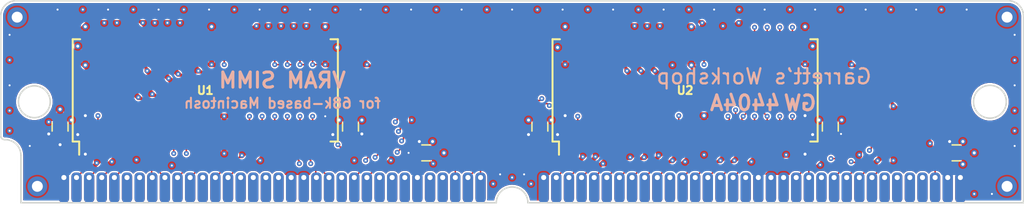
<source format=kicad_pcb>
(kicad_pcb (version 20171130) (host pcbnew "(5.1.10-1-10_14)")
  (layers (0 F.Cu signal) (1 In1.Cu power) (2 In2.Cu signal) (31 B.Cu power) (34 B.Paste user) (35 F.Paste user) (36 B.SilkS user) (37 F.SilkS user) (38 B.Mask user) (39 F.Mask user) (44 Edge.Cuts user))
  (net 0 "")
  (net 1 +5V)
  (net 2 /D0)
  (net 3 /D1)
  (net 4 /D2)
  (net 5 /D3)
  (net 6 GND)
  (net 7 /D4)
  (net 8 /D5)
  (net 9 /D6)
  (net 10 /D7)
  (net 11 /A0)
  (net 12 /A1)
  (net 13 /A2)
  (net 14 /A3)
  (net 15 /A4)
  (net 16 /A5)
  (net 17 /A6)
  (net 18 /A7)
  (net 19 /D8)
  (net 20 /D9)
  (net 21 /D10)
  (net 22 /D11)
  (net 23 /D12)
  (net 24 /D13)
  (net 25 /D14)
  (net 26 /D15)
  (net 27 /A8)
  (net 28 "Net-(J1-Pad63)")
  (net 29 /S14)
  (net 30 /S15)
  (net 31 /S13)
  (net 32 /S12)
  (net 33 "Net-(J1-Pad51)")
  (net 34 /U~SE~)
  (net 35 /U~WE~)
  (net 36 /S10)
  (net 37 /S11)
  (net 38 /U~OE~)
  (net 39 /S9)
  (net 40 /S8)
  (net 41 /SC)
  (net 42 /L~CAS~)
  (net 43 /S6)
  (net 44 /S7)
  (net 45 /S5)
  (net 46 /S4)
  (net 47 /L~SE~)
  (net 48 /~RAS~)
  (net 49 /L~WE~)
  (net 50 /S2)
  (net 51 /S3)
  (net 52 /L~OE~)
  (net 53 /S1)
  (net 54 /S0)
  (net 55 /DSF)
  (net 56 "Net-(U1-Pad26)")
  (net 57 "Net-(U2-Pad26)")
  (net 58 /U~CAS~)
  (net 59 /L~OE~2)
  (net 60 /L~WE~2)
  (net 61 /U~OE~2)
  (net 62 /U~WE~2)
  (module stdpads:C_0805 (layer F.Cu) (at 165.315 122.6185)
    (fp_text reference C6)
    (fp_text value 2u2)
    (pad 1 smd roundrect (at -0.85 0) (size 1.05 1.4) (layers F.Cu F.Paste F.Mask) (net 1 +5V))
    (pad 2 smd roundrect (at 0.85 0) (size 1.05 1.4) (layers F.Cu F.Paste F.Mask) (net 6 GND))
  )
  (module stdpads:C_0805 (layer F.Cu) (at 111.975 122.6185)
    (fp_text reference C5)
    (fp_text value 2u2)
    (pad 2 smd roundrect (at 0.85 0) (size 1.05 1.4) (layers F.Cu F.Paste F.Mask) (net 6 GND))
    (pad 1 smd roundrect (at -0.85 0) (size 1.05 1.4) (layers F.Cu F.Paste F.Mask) (net 1 +5V))
  )
  (module stdpads:SOJ-40-400mil-Skinny (layer F.Cu) (at 89.789 116.332 90)
    (fp_text reference U1)
    (fp_text value 42C8255)
    (fp_text user %R (at 0 0) (layer F.SilkS) (effects (font (size 0.8128 0.8128) (thickness 0.2032))))
    (pad 28 smd roundrect (at 4.47 3.175 90) (size 3 0.6) (layers F.Cu F.Paste F.Mask))
    (pad 27 smd roundrect (at 4.47 4.445 90) (size 3 0.6) (layers F.Cu F.Paste F.Mask) (net 42 /L~CAS~))
    (pad 14 smd roundrect (at -4.47 4.445 90) (size 3 0.6) (layers F.Cu F.Paste F.Mask) (net 48 /~RAS~))
    (pad 8 smd roundrect (at -4.47 -3.175 90) (size 3 0.6) (layers F.Cu F.Paste F.Mask) (net 2 /D0))
    (pad 6 smd roundrect (at -4.47 -5.715 90) (size 3 0.6) (layers F.Cu F.Paste F.Mask) (net 51 /S3))
    (pad 21 smd roundrect (at 4.47 12.065 90) (size 3 0.6) (layers F.Cu F.Paste F.Mask) (net 6 GND))
    (pad 1 smd roundrect (at -4.47 -12.065 90) (size 3 0.6) (layers F.Cu F.Paste F.Mask) (net 1 +5V))
    (pad 2 smd roundrect (at -4.47 -10.795 90) (size 3 0.6) (layers F.Cu F.Paste F.Mask) (net 41 /SC))
    (pad 3 smd roundrect (at -4.47 -9.525 90) (size 3 0.6) (layers F.Cu F.Paste F.Mask) (net 54 /S0))
    (pad 4 smd roundrect (at -4.47 -8.255 90) (size 3 0.6) (layers F.Cu F.Paste F.Mask) (net 53 /S1))
    (pad 5 smd roundrect (at -4.47 -6.985 90) (size 3 0.6) (layers F.Cu F.Paste F.Mask) (net 50 /S2))
    (pad 9 smd roundrect (at -4.47 -1.905 90) (size 3 0.6) (layers F.Cu F.Paste F.Mask) (net 3 /D1))
    (pad 10 smd roundrect (at -4.47 -0.635 90) (size 3 0.6) (layers F.Cu F.Paste F.Mask) (net 4 /D2))
    (pad 11 smd roundrect (at -4.47 0.635 90) (size 3 0.6) (layers F.Cu F.Paste F.Mask) (net 5 /D3))
    (pad 12 smd roundrect (at -4.47 1.905 90) (size 3 0.6) (layers F.Cu F.Paste F.Mask) (net 6 GND))
    (pad 13 smd roundrect (at -4.47 3.175 90) (size 3 0.6) (layers F.Cu F.Paste F.Mask) (net 49 /L~WE~))
    (pad 22 smd roundrect (at 4.47 10.795 90) (size 3 0.6) (layers F.Cu F.Paste F.Mask) (net 14 /A3))
    (pad 23 smd roundrect (at 4.47 9.525 90) (size 3 0.6) (layers F.Cu F.Paste F.Mask) (net 13 /A2))
    (pad 24 smd roundrect (at 4.47 8.255 90) (size 3 0.6) (layers F.Cu F.Paste F.Mask) (net 12 /A1))
    (pad 25 smd roundrect (at 4.47 6.985 90) (size 3 0.6) (layers F.Cu F.Paste F.Mask) (net 11 /A0))
    (pad 26 smd roundrect (at 4.47 5.715 90) (size 3 0.6) (layers F.Cu F.Paste F.Mask) (net 56 "Net-(U1-Pad26)"))
    (pad 7 smd roundrect (at -4.47 -4.445 90) (size 3 0.6) (layers F.Cu F.Paste F.Mask) (net 52 /L~OE~))
    (pad 15 smd roundrect (at -4.47 5.715 90) (size 3 0.6) (layers F.Cu F.Paste F.Mask) (net 27 /A8))
    (pad 16 smd roundrect (at -4.47 6.985 90) (size 3 0.6) (layers F.Cu F.Paste F.Mask) (net 18 /A7))
    (pad 17 smd roundrect (at -4.47 8.255 90) (size 3 0.6) (layers F.Cu F.Paste F.Mask) (net 17 /A6))
    (pad 18 smd roundrect (at -4.47 9.525 90) (size 3 0.6) (layers F.Cu F.Paste F.Mask) (net 16 /A5))
    (pad 19 smd roundrect (at -4.47 10.795 90) (size 3 0.6) (layers F.Cu F.Paste F.Mask) (net 15 /A4))
    (pad 20 smd roundrect (at -4.47 12.065 90) (size 3 0.6) (layers F.Cu F.Paste F.Mask) (net 1 +5V))
    (pad 36 smd roundrect (at 4.47 -6.985 90) (size 3 0.6) (layers F.Cu F.Paste F.Mask) (net 46 /S4))
    (pad 35 smd roundrect (at 4.47 -5.715 90) (size 3 0.6) (layers F.Cu F.Paste F.Mask) (net 47 /L~SE~))
    (pad 29 smd roundrect (at 4.47 1.905 90) (size 3 0.6) (layers F.Cu F.Paste F.Mask) (net 55 /DSF))
    (pad 30 smd roundrect (at 4.47 0.635 90) (size 3 0.6) (layers F.Cu F.Paste F.Mask) (net 6 GND))
    (pad 31 smd roundrect (at 4.47 -0.635 90) (size 3 0.6) (layers F.Cu F.Paste F.Mask) (net 7 /D4))
    (pad 32 smd roundrect (at 4.47 -1.905 90) (size 3 0.6) (layers F.Cu F.Paste F.Mask) (net 8 /D5))
    (pad 33 smd roundrect (at 4.47 -3.175 90) (size 3 0.6) (layers F.Cu F.Paste F.Mask) (net 9 /D6))
    (pad 34 smd roundrect (at 4.47 -4.445 90) (size 3 0.6) (layers F.Cu F.Paste F.Mask) (net 10 /D7))
    (pad 37 smd roundrect (at 4.47 -8.255 90) (size 3 0.6) (layers F.Cu F.Paste F.Mask) (net 45 /S5))
    (pad 38 smd roundrect (at 4.47 -9.525 90) (size 3 0.6) (layers F.Cu F.Paste F.Mask) (net 43 /S6))
    (pad 40 smd roundrect (at 4.47 -12.065 90) (size 3 0.6) (layers F.Cu F.Paste F.Mask) (net 6 GND))
    (pad 39 smd roundrect (at 4.47 -10.795 90) (size 3 0.6) (layers F.Cu F.Paste F.Mask) (net 44 /S7))
  )
  (module stdpads:MacVRAMSIMM_Edge (layer F.Cu) (at 120.65 127.635)
    (fp_text reference J1 hide)
    (fp_text value VRAM)
    (pad 1 thru_hole roundrect (at -45.085 -2.54) (size 1.0414 3.048) (drill 0.508 (offset 0 1.016)) (layers *.Cu *.Mask) (roundrect_rratio 0.4) (net 1 +5V))
    (pad 2 thru_hole roundrect (at -43.815 -2.54) (size 1.0414 3.048) (drill 0.508 (offset 0 1.016)) (layers *.Cu *.Mask) (roundrect_rratio 0.4) (net 55 /DSF))
    (pad 3 thru_hole roundrect (at -42.545 -2.54) (size 1.0414 3.048) (drill 0.508 (offset 0 1.016)) (layers *.Cu *.Mask) (roundrect_rratio 0.4) (net 54 /S0))
    (pad 4 thru_hole roundrect (at -41.275 -2.54) (size 1.0414 3.048) (drill 0.508 (offset 0 1.016)) (layers *.Cu *.Mask) (roundrect_rratio 0.4) (net 53 /S1))
    (pad 5 thru_hole roundrect (at -40.005 -2.54) (size 1.0414 3.048) (drill 0.508 (offset 0 1.016)) (layers *.Cu *.Mask) (roundrect_rratio 0.4) (net 52 /L~OE~))
    (pad 6 thru_hole roundrect (at -38.735 -2.54) (size 1.0414 3.048) (drill 0.508 (offset 0 1.016)) (layers *.Cu *.Mask) (roundrect_rratio 0.4) (net 2 /D0))
    (pad 7 thru_hole roundrect (at -37.465 -2.54) (size 1.0414 3.048) (drill 0.508 (offset 0 1.016)) (layers *.Cu *.Mask) (roundrect_rratio 0.4) (net 3 /D1))
    (pad 8 thru_hole roundrect (at -36.195 -2.54) (size 1.0414 3.048) (drill 0.508 (offset 0 1.016)) (layers *.Cu *.Mask) (roundrect_rratio 0.4) (net 51 /S3))
    (pad 9 thru_hole roundrect (at -34.925 -2.54) (size 1.0414 3.048) (drill 0.508 (offset 0 1.016)) (layers *.Cu *.Mask) (roundrect_rratio 0.4) (net 50 /S2))
    (pad 10 thru_hole roundrect (at -33.655 -2.54) (size 1.0414 3.048) (drill 0.508 (offset 0 1.016)) (layers *.Cu *.Mask) (roundrect_rratio 0.4) (net 49 /L~WE~))
    (pad 11 thru_hole roundrect (at -32.385 -2.54) (size 1.0414 3.048) (drill 0.508 (offset 0 1.016)) (layers *.Cu *.Mask) (roundrect_rratio 0.4) (net 48 /~RAS~))
    (pad 12 thru_hole roundrect (at -31.115 -2.54) (size 1.0414 3.048) (drill 0.508 (offset 0 1.016)) (layers *.Cu *.Mask) (roundrect_rratio 0.4) (net 47 /L~SE~))
    (pad 13 thru_hole roundrect (at -29.845 -2.54) (size 1.0414 3.048) (drill 0.508 (offset 0 1.016)) (layers *.Cu *.Mask) (roundrect_rratio 0.4) (net 5 /D3))
    (pad 14 thru_hole roundrect (at -28.575 -2.54) (size 1.0414 3.048) (drill 0.508 (offset 0 1.016)) (layers *.Cu *.Mask) (roundrect_rratio 0.4) (net 4 /D2))
    (pad 15 thru_hole roundrect (at -27.305 -2.54) (size 1.0414 3.048) (drill 0.508 (offset 0 1.016)) (layers *.Cu *.Mask) (roundrect_rratio 0.4) (net 11 /A0))
    (pad 16 thru_hole roundrect (at -26.035 -2.54) (size 1.0414 3.048) (drill 0.508 (offset 0 1.016)) (layers *.Cu *.Mask) (roundrect_rratio 0.4) (net 12 /A1))
    (pad 17 thru_hole roundrect (at -24.765 -2.54) (size 1.0414 3.048) (drill 0.508 (offset 0 1.016)) (layers *.Cu *.Mask) (roundrect_rratio 0.4) (net 13 /A2))
    (pad 18 thru_hole roundrect (at -23.495 -2.54) (size 1.0414 3.048) (drill 0.508 (offset 0 1.016)) (layers *.Cu *.Mask) (roundrect_rratio 0.4) (net 14 /A3))
    (pad 19 thru_hole roundrect (at -22.225 -2.54) (size 1.0414 3.048) (drill 0.508 (offset 0 1.016)) (layers *.Cu *.Mask) (roundrect_rratio 0.4) (net 6 GND))
    (pad 20 thru_hole roundrect (at -20.955 -2.54) (size 1.0414 3.048) (drill 0.508 (offset 0 1.016)) (layers *.Cu *.Mask) (roundrect_rratio 0.4) (net 6 GND))
    (pad 21 thru_hole roundrect (at -19.685 -2.54) (size 1.0414 3.048) (drill 0.508 (offset 0 1.016)) (layers *.Cu *.Mask) (roundrect_rratio 0.4) (net 46 /S4))
    (pad 22 thru_hole roundrect (at -18.415 -2.54) (size 1.0414 3.048) (drill 0.508 (offset 0 1.016)) (layers *.Cu *.Mask) (roundrect_rratio 0.4) (net 45 /S5))
    (pad 23 thru_hole roundrect (at -17.145 -2.54) (size 1.0414 3.048) (drill 0.508 (offset 0 1.016)) (layers *.Cu *.Mask) (roundrect_rratio 0.4) (net 59 /L~OE~2))
    (pad 24 thru_hole roundrect (at -15.875 -2.54) (size 1.0414 3.048) (drill 0.508 (offset 0 1.016)) (layers *.Cu *.Mask) (roundrect_rratio 0.4) (net 7 /D4))
    (pad 25 thru_hole roundrect (at -14.605 -2.54) (size 1.0414 3.048) (drill 0.508 (offset 0 1.016)) (layers *.Cu *.Mask) (roundrect_rratio 0.4) (net 8 /D5))
    (pad 26 thru_hole roundrect (at -13.335 -2.54) (size 1.0414 3.048) (drill 0.508 (offset 0 1.016)) (layers *.Cu *.Mask) (roundrect_rratio 0.4) (net 44 /S7))
    (pad 27 thru_hole roundrect (at -12.065 -2.54) (size 1.0414 3.048) (drill 0.508 (offset 0 1.016)) (layers *.Cu *.Mask) (roundrect_rratio 0.4) (net 43 /S6))
    (pad 28 thru_hole roundrect (at -10.795 -2.54) (size 1.0414 3.048) (drill 0.508 (offset 0 1.016)) (layers *.Cu *.Mask) (roundrect_rratio 0.4) (net 60 /L~WE~2))
    (pad 29 thru_hole roundrect (at -9.525 -2.54) (size 1.0414 3.048) (drill 0.508 (offset 0 1.016)) (layers *.Cu *.Mask) (roundrect_rratio 0.4) (net 1 +5V))
    (pad 30 thru_hole roundrect (at -8.255 -2.54) (size 1.0414 3.048) (drill 0.508 (offset 0 1.016)) (layers *.Cu *.Mask) (roundrect_rratio 0.4) (net 10 /D7))
    (pad 31 thru_hole roundrect (at -6.985 -2.54) (size 1.0414 3.048) (drill 0.508 (offset 0 1.016)) (layers *.Cu *.Mask) (roundrect_rratio 0.4) (net 9 /D6))
    (pad 32 thru_hole roundrect (at -5.715 -2.54) (size 1.0414 3.048) (drill 0.508 (offset 0 1.016)) (layers *.Cu *.Mask) (roundrect_rratio 0.4) (net 42 /L~CAS~))
    (pad 33 thru_hole roundrect (at -4.445 -2.54) (size 1.0414 3.048) (drill 0.508 (offset 0 1.016)) (layers *.Cu *.Mask) (roundrect_rratio 0.4) (net 15 /A4))
    (pad 34 thru_hole roundrect (at -3.175 -2.54) (size 1.0414 3.048) (drill 0.508 (offset 0 1.016)) (layers *.Cu *.Mask) (roundrect_rratio 0.4) (net 16 /A5))
    (pad 35 thru_hole roundrect (at 3.175 -2.54) (size 1.0414 3.048) (drill 0.508 (offset 0 1.016)) (layers *.Cu *.Mask) (roundrect_rratio 0.4) (net 6 GND))
    (pad 36 thru_hole roundrect (at 4.445 -2.54) (size 1.0414 3.048) (drill 0.508 (offset 0 1.016)) (layers *.Cu *.Mask) (roundrect_rratio 0.4) (net 41 /SC))
    (pad 37 thru_hole roundrect (at 5.715 -2.54) (size 1.0414 3.048) (drill 0.508 (offset 0 1.016)) (layers *.Cu *.Mask) (roundrect_rratio 0.4) (net 40 /S8))
    (pad 38 thru_hole roundrect (at 6.985 -2.54) (size 1.0414 3.048) (drill 0.508 (offset 0 1.016)) (layers *.Cu *.Mask) (roundrect_rratio 0.4) (net 39 /S9))
    (pad 39 thru_hole roundrect (at 8.255 -2.54) (size 1.0414 3.048) (drill 0.508 (offset 0 1.016)) (layers *.Cu *.Mask) (roundrect_rratio 0.4) (net 38 /U~OE~))
    (pad 40 thru_hole roundrect (at 9.525 -2.54) (size 1.0414 3.048) (drill 0.508 (offset 0 1.016)) (layers *.Cu *.Mask) (roundrect_rratio 0.4) (net 19 /D8))
    (pad 41 thru_hole roundrect (at 10.795 -2.54) (size 1.0414 3.048) (drill 0.508 (offset 0 1.016)) (layers *.Cu *.Mask) (roundrect_rratio 0.4) (net 20 /D9))
    (pad 42 thru_hole roundrect (at 12.065 -2.54) (size 1.0414 3.048) (drill 0.508 (offset 0 1.016)) (layers *.Cu *.Mask) (roundrect_rratio 0.4) (net 37 /S11))
    (pad 43 thru_hole roundrect (at 13.335 -2.54) (size 1.0414 3.048) (drill 0.508 (offset 0 1.016)) (layers *.Cu *.Mask) (roundrect_rratio 0.4) (net 36 /S10))
    (pad 44 thru_hole roundrect (at 14.605 -2.54) (size 1.0414 3.048) (drill 0.508 (offset 0 1.016)) (layers *.Cu *.Mask) (roundrect_rratio 0.4) (net 35 /U~WE~))
    (pad 45 thru_hole roundrect (at 15.875 -2.54) (size 1.0414 3.048) (drill 0.508 (offset 0 1.016)) (layers *.Cu *.Mask) (roundrect_rratio 0.4) (net 34 /U~SE~))
    (pad 46 thru_hole roundrect (at 17.145 -2.54) (size 1.0414 3.048) (drill 0.508 (offset 0 1.016)) (layers *.Cu *.Mask) (roundrect_rratio 0.4) (net 22 /D11))
    (pad 47 thru_hole roundrect (at 18.415 -2.54) (size 1.0414 3.048) (drill 0.508 (offset 0 1.016)) (layers *.Cu *.Mask) (roundrect_rratio 0.4) (net 21 /D10))
    (pad 48 thru_hole roundrect (at 19.685 -2.54) (size 1.0414 3.048) (drill 0.508 (offset 0 1.016)) (layers *.Cu *.Mask) (roundrect_rratio 0.4) (net 17 /A6))
    (pad 49 thru_hole roundrect (at 20.955 -2.54) (size 1.0414 3.048) (drill 0.508 (offset 0 1.016)) (layers *.Cu *.Mask) (roundrect_rratio 0.4) (net 18 /A7))
    (pad 50 thru_hole roundrect (at 22.225 -2.54) (size 1.0414 3.048) (drill 0.508 (offset 0 1.016)) (layers *.Cu *.Mask) (roundrect_rratio 0.4) (net 27 /A8))
    (pad 51 thru_hole roundrect (at 23.495 -2.54) (size 1.0414 3.048) (drill 0.508 (offset 0 1.016)) (layers *.Cu *.Mask) (roundrect_rratio 0.4) (net 33 "Net-(J1-Pad51)"))
    (pad 52 thru_hole roundrect (at 24.765 -2.54) (size 1.0414 3.048) (drill 0.508 (offset 0 1.016)) (layers *.Cu *.Mask) (roundrect_rratio 0.4) (net 1 +5V))
    (pad 53 thru_hole roundrect (at 26.035 -2.54) (size 1.0414 3.048) (drill 0.508 (offset 0 1.016)) (layers *.Cu *.Mask) (roundrect_rratio 0.4) (net 6 GND))
    (pad 54 thru_hole roundrect (at 27.305 -2.54) (size 1.0414 3.048) (drill 0.508 (offset 0 1.016)) (layers *.Cu *.Mask) (roundrect_rratio 0.4) (net 6 GND))
    (pad 55 thru_hole roundrect (at 28.575 -2.54) (size 1.0414 3.048) (drill 0.508 (offset 0 1.016)) (layers *.Cu *.Mask) (roundrect_rratio 0.4) (net 32 /S12))
    (pad 56 thru_hole roundrect (at 29.845 -2.54) (size 1.0414 3.048) (drill 0.508 (offset 0 1.016)) (layers *.Cu *.Mask) (roundrect_rratio 0.4) (net 31 /S13))
    (pad 57 thru_hole roundrect (at 31.115 -2.54) (size 1.0414 3.048) (drill 0.508 (offset 0 1.016)) (layers *.Cu *.Mask) (roundrect_rratio 0.4) (net 61 /U~OE~2))
    (pad 58 thru_hole roundrect (at 32.385 -2.54) (size 1.0414 3.048) (drill 0.508 (offset 0 1.016)) (layers *.Cu *.Mask) (roundrect_rratio 0.4) (net 23 /D12))
    (pad 59 thru_hole roundrect (at 33.655 -2.54) (size 1.0414 3.048) (drill 0.508 (offset 0 1.016)) (layers *.Cu *.Mask) (roundrect_rratio 0.4) (net 24 /D13))
    (pad 60 thru_hole roundrect (at 34.925 -2.54) (size 1.0414 3.048) (drill 0.508 (offset 0 1.016)) (layers *.Cu *.Mask) (roundrect_rratio 0.4) (net 30 /S15))
    (pad 61 thru_hole roundrect (at 36.195 -2.54) (size 1.0414 3.048) (drill 0.508 (offset 0 1.016)) (layers *.Cu *.Mask) (roundrect_rratio 0.4) (net 29 /S14))
    (pad 62 thru_hole roundrect (at 37.465 -2.54) (size 1.0414 3.048) (drill 0.508 (offset 0 1.016)) (layers *.Cu *.Mask) (roundrect_rratio 0.4) (net 62 /U~WE~2))
    (pad 63 thru_hole roundrect (at 38.735 -2.54) (size 1.0414 3.048) (drill 0.508 (offset 0 1.016)) (layers *.Cu *.Mask) (roundrect_rratio 0.4) (net 28 "Net-(J1-Pad63)"))
    (pad 64 thru_hole roundrect (at 40.005 -2.54) (size 1.0414 3.048) (drill 0.508 (offset 0 1.016)) (layers *.Cu *.Mask) (roundrect_rratio 0.4) (net 26 /D15))
    (pad 65 thru_hole roundrect (at 41.275 -2.54) (size 1.0414 3.048) (drill 0.508 (offset 0 1.016)) (layers *.Cu *.Mask) (roundrect_rratio 0.4) (net 25 /D14))
    (pad 66 thru_hole roundrect (at 42.545 -2.54) (size 1.0414 3.048) (drill 0.508 (offset 0 1.016)) (layers *.Cu *.Mask) (roundrect_rratio 0.4) (net 58 /U~CAS~))
    (pad 67 thru_hole roundrect (at 43.815 -2.54) (size 1.0414 3.048) (drill 0.508 (offset 0 1.016)) (layers *.Cu *.Mask) (roundrect_rratio 0.4) (net 1 +5V))
    (pad 68 thru_hole roundrect (at 45.085 -2.54) (size 1.0414 3.048) (drill 0.508 (offset 0 1.016)) (layers *.Cu *.Mask) (roundrect_rratio 0.4) (net 1 +5V))
  )
  (module stdpads:SOJ-40-400mil-Skinny (layer F.Cu) (at 138.049 116.332 90)
    (fp_text reference U2)
    (fp_text value 42C8255)
    (fp_text user %R (at 0 0) (layer F.SilkS) (effects (font (size 0.8128 0.8128) (thickness 0.2032))))
    (pad 39 smd roundrect (at 4.47 -10.795 90) (size 3 0.6) (layers F.Cu F.Paste F.Mask) (net 30 /S15))
    (pad 40 smd roundrect (at 4.47 -12.065 90) (size 3 0.6) (layers F.Cu F.Paste F.Mask) (net 6 GND))
    (pad 38 smd roundrect (at 4.47 -9.525 90) (size 3 0.6) (layers F.Cu F.Paste F.Mask) (net 29 /S14))
    (pad 37 smd roundrect (at 4.47 -8.255 90) (size 3 0.6) (layers F.Cu F.Paste F.Mask) (net 31 /S13))
    (pad 34 smd roundrect (at 4.47 -4.445 90) (size 3 0.6) (layers F.Cu F.Paste F.Mask) (net 26 /D15))
    (pad 33 smd roundrect (at 4.47 -3.175 90) (size 3 0.6) (layers F.Cu F.Paste F.Mask) (net 25 /D14))
    (pad 32 smd roundrect (at 4.47 -1.905 90) (size 3 0.6) (layers F.Cu F.Paste F.Mask) (net 24 /D13))
    (pad 31 smd roundrect (at 4.47 -0.635 90) (size 3 0.6) (layers F.Cu F.Paste F.Mask) (net 23 /D12))
    (pad 30 smd roundrect (at 4.47 0.635 90) (size 3 0.6) (layers F.Cu F.Paste F.Mask) (net 6 GND))
    (pad 29 smd roundrect (at 4.47 1.905 90) (size 3 0.6) (layers F.Cu F.Paste F.Mask) (net 55 /DSF))
    (pad 35 smd roundrect (at 4.47 -5.715 90) (size 3 0.6) (layers F.Cu F.Paste F.Mask) (net 34 /U~SE~))
    (pad 36 smd roundrect (at 4.47 -6.985 90) (size 3 0.6) (layers F.Cu F.Paste F.Mask) (net 32 /S12))
    (pad 20 smd roundrect (at -4.47 12.065 90) (size 3 0.6) (layers F.Cu F.Paste F.Mask) (net 1 +5V))
    (pad 19 smd roundrect (at -4.47 10.795 90) (size 3 0.6) (layers F.Cu F.Paste F.Mask) (net 15 /A4))
    (pad 18 smd roundrect (at -4.47 9.525 90) (size 3 0.6) (layers F.Cu F.Paste F.Mask) (net 16 /A5))
    (pad 17 smd roundrect (at -4.47 8.255 90) (size 3 0.6) (layers F.Cu F.Paste F.Mask) (net 17 /A6))
    (pad 16 smd roundrect (at -4.47 6.985 90) (size 3 0.6) (layers F.Cu F.Paste F.Mask) (net 18 /A7))
    (pad 15 smd roundrect (at -4.47 5.715 90) (size 3 0.6) (layers F.Cu F.Paste F.Mask) (net 27 /A8))
    (pad 7 smd roundrect (at -4.47 -4.445 90) (size 3 0.6) (layers F.Cu F.Paste F.Mask) (net 38 /U~OE~))
    (pad 26 smd roundrect (at 4.47 5.715 90) (size 3 0.6) (layers F.Cu F.Paste F.Mask) (net 57 "Net-(U2-Pad26)"))
    (pad 25 smd roundrect (at 4.47 6.985 90) (size 3 0.6) (layers F.Cu F.Paste F.Mask) (net 11 /A0))
    (pad 24 smd roundrect (at 4.47 8.255 90) (size 3 0.6) (layers F.Cu F.Paste F.Mask) (net 12 /A1))
    (pad 23 smd roundrect (at 4.47 9.525 90) (size 3 0.6) (layers F.Cu F.Paste F.Mask) (net 13 /A2))
    (pad 22 smd roundrect (at 4.47 10.795 90) (size 3 0.6) (layers F.Cu F.Paste F.Mask) (net 14 /A3))
    (pad 13 smd roundrect (at -4.47 3.175 90) (size 3 0.6) (layers F.Cu F.Paste F.Mask) (net 35 /U~WE~))
    (pad 12 smd roundrect (at -4.47 1.905 90) (size 3 0.6) (layers F.Cu F.Paste F.Mask) (net 6 GND))
    (pad 11 smd roundrect (at -4.47 0.635 90) (size 3 0.6) (layers F.Cu F.Paste F.Mask) (net 22 /D11))
    (pad 10 smd roundrect (at -4.47 -0.635 90) (size 3 0.6) (layers F.Cu F.Paste F.Mask) (net 21 /D10))
    (pad 9 smd roundrect (at -4.47 -1.905 90) (size 3 0.6) (layers F.Cu F.Paste F.Mask) (net 20 /D9))
    (pad 5 smd roundrect (at -4.47 -6.985 90) (size 3 0.6) (layers F.Cu F.Paste F.Mask) (net 36 /S10))
    (pad 4 smd roundrect (at -4.47 -8.255 90) (size 3 0.6) (layers F.Cu F.Paste F.Mask) (net 39 /S9))
    (pad 3 smd roundrect (at -4.47 -9.525 90) (size 3 0.6) (layers F.Cu F.Paste F.Mask) (net 40 /S8))
    (pad 2 smd roundrect (at -4.47 -10.795 90) (size 3 0.6) (layers F.Cu F.Paste F.Mask) (net 41 /SC))
    (pad 1 smd roundrect (at -4.47 -12.065 90) (size 3 0.6) (layers F.Cu F.Paste F.Mask) (net 1 +5V))
    (pad 21 smd roundrect (at 4.47 12.065 90) (size 3 0.6) (layers F.Cu F.Paste F.Mask) (net 6 GND))
    (pad 6 smd roundrect (at -4.47 -5.715 90) (size 3 0.6) (layers F.Cu F.Paste F.Mask) (net 37 /S11))
    (pad 8 smd roundrect (at -4.47 -3.175 90) (size 3 0.6) (layers F.Cu F.Paste F.Mask) (net 19 /D8))
    (pad 14 smd roundrect (at -4.47 4.445 90) (size 3 0.6) (layers F.Cu F.Paste F.Mask) (net 48 /~RAS~))
    (pad 27 smd roundrect (at 4.47 4.445 90) (size 3 0.6) (layers F.Cu F.Paste F.Mask) (net 58 /U~CAS~))
    (pad 28 smd roundrect (at 4.47 3.175 90) (size 3 0.6) (layers F.Cu F.Paste F.Mask))
  )
  (module stdpads:C_0805 (layer F.Cu) (at 75.184 120.015 90)
    (fp_text reference C1)
    (fp_text value 2u2)
    (pad 1 smd roundrect (at -0.85 0 90) (size 1.05 1.4) (layers F.Cu F.Paste F.Mask) (net 1 +5V))
    (pad 2 smd roundrect (at 0.85 0 90) (size 1.05 1.4) (layers F.Cu F.Paste F.Mask) (net 6 GND))
  )
  (module stdpads:C_0805 (layer F.Cu) (at 152.654 120.015 90)
    (fp_text reference C4)
    (fp_text value 2u2)
    (pad 2 smd roundrect (at 0.85 0 90) (size 1.05 1.4) (layers F.Cu F.Paste F.Mask) (net 6 GND))
    (pad 1 smd roundrect (at -0.85 0 90) (size 1.05 1.4) (layers F.Cu F.Paste F.Mask) (net 1 +5V))
  )
  (module stdpads:C_0805 (layer F.Cu) (at 123.444 120.015 90)
    (fp_text reference C3)
    (fp_text value 2u2)
    (pad 2 smd roundrect (at 0.85 0 90) (size 1.05 1.4) (layers F.Cu F.Paste F.Mask) (net 6 GND))
    (pad 1 smd roundrect (at -0.85 0 90) (size 1.05 1.4) (layers F.Cu F.Paste F.Mask) (net 1 +5V))
  )
  (module stdpads:Fiducial (layer F.Cu) (at 72.898 123.444)
    (fp_text reference FID2 hide)
    (fp_text value Fiducial hide)
    (pad ~ smd circle (at 0 0) (size 1 1) (layers F.Cu F.Mask) (clearance 0.575))
  )
  (module stdpads:Fiducial (layer F.Cu) (at 170.434 123.444)
    (fp_text reference FID3 hide)
    (fp_text value Fiducial hide)
    (pad ~ smd circle (at 0 0) (size 1 1) (layers F.Cu F.Mask) (clearance 0.575))
  )
  (module stdpads:Fiducial (layer F.Cu) (at 167.894 108.966)
    (fp_text reference FID4 hide)
    (fp_text value Fiducial hide)
    (pad ~ smd circle (at 0 0) (size 1 1) (layers F.Cu F.Mask) (clearance 0.575))
  )
  (module stdpads:Fiducial (layer F.Cu) (at 73.406 108.966)
    (fp_text reference FID1 hide)
    (fp_text value Fiducial hide)
    (pad ~ smd circle (at 0 0) (size 1 1) (layers F.Cu F.Mask) (clearance 0.575))
  )
  (module stdpads:PasteHole_1.1mm_PTH (layer F.Cu) (at 72.898 125.984)
    (fp_text reference H2)
    (fp_text value " " hide)
    (pad 1 thru_hole circle (at 0 0) (size 2 2) (drill 1.1) (layers *.Cu *.Mask) (net 6 GND))
  )
  (module stdpads:PasteHole_1.1mm_PTH (layer F.Cu) (at 170.434 125.984)
    (fp_text reference H3)
    (fp_text value " " hide)
    (pad 1 thru_hole circle (at 0 0) (size 2 2) (drill 1.1) (layers *.Cu *.Mask) (net 6 GND))
  )
  (module stdpads:PasteHole_1.1mm_PTH (layer F.Cu) (at 70.866 108.966)
    (fp_text reference H1)
    (fp_text value " " hide)
    (pad 1 thru_hole circle (at 0 0) (size 2 2) (drill 1.1) (layers *.Cu *.Mask) (net 6 GND))
  )
  (module stdpads:PasteHole_1.1mm_PTH (layer F.Cu) (at 170.434 108.966)
    (fp_text reference H4)
    (fp_text value " " hide)
    (pad 1 thru_hole circle (at 0 0) (size 2 2) (drill 1.1) (layers *.Cu *.Mask) (net 6 GND))
  )
  (module stdpads:C_0805 (layer F.Cu) (at 104.394 120.015 90)
    (fp_text reference C2)
    (fp_text value 2u2)
    (pad 1 smd roundrect (at -0.85 0 90) (size 1.05 1.4) (layers F.Cu F.Paste F.Mask) (net 1 +5V))
    (pad 2 smd roundrect (at 0.85 0 90) (size 1.05 1.4) (layers F.Cu F.Paste F.Mask) (net 6 GND))
  )
  (gr_text 4404A (at 147.785786 117.602) (layer B.SilkS) (effects (font (size 1.5 1.5) (thickness 0.3)) (justify left mirror)))
  (gr_text "VRAM SIMM" (at 97.536 115.316) (layer B.SilkS) (effects (font (size 1.524 1.524) (thickness 0.3)) (justify mirror)))
  (gr_text "for 68k-based Macintosh" (at 97.536 117.6274) (layer B.SilkS) (effects (font (size 1.016 1.016) (thickness 0.2032)) (justify mirror)))
  (gr_text GW (at 147.806214 117.602) (layer B.SilkS) (effects (font (size 1.5 1.5) (thickness 0.3)) (justify right mirror)))
  (gr_text "Garrett’s Workshop" (at 145.9865 114.935) (layer B.SilkS) (effects (font (size 1.524 1.524) (thickness 0.225)) (justify mirror)))
  (gr_line (start 69.596 121.285) (end 69.6595 121.285) (layer Edge.Cuts) (width 0.15))
  (gr_arc (start 69.596 120.904) (end 69.215 120.904) (angle -90) (layer Edge.Cuts) (width 0.15))
  (gr_circle (center 168.7068 117.475) (end 170.3578 117.475) (layer Edge.Cuts) (width 0.15))
  (gr_circle (center 72.5932 117.475) (end 74.1932 117.475) (layer Edge.Cuts) (width 0.15))
  (gr_arc (start 70.739 108.839) (end 70.739 107.315) (angle -90) (layer Edge.Cuts) (width 0.15))
  (gr_arc (start 170.561 108.839) (end 172.085 108.839) (angle -90) (layer Edge.Cuts) (width 0.15))
  (gr_line (start 71.247 122.8725) (end 71.247 127.635) (layer Edge.Cuts) (width 0.15))
  (gr_line (start 71.247 127.635) (end 119.0625 127.635) (layer Edge.Cuts) (width 0.15))
  (gr_line (start 122.2375 127.635) (end 172.085 127.635) (layer Edge.Cuts) (width 0.15))
  (gr_line (start 172.085 127.635) (end 172.085 108.839) (layer Edge.Cuts) (width 0.15))
  (gr_line (start 69.215 120.904) (end 69.215 108.839) (layer Edge.Cuts) (width 0.15))
  (gr_arc (start 69.6595 122.8725) (end 71.247 122.8725) (angle -90) (layer Edge.Cuts) (width 0.15))
  (gr_arc (start 120.65 127.635) (end 122.2375 127.635) (angle -180) (layer Edge.Cuts) (width 0.15))
  (gr_line (start 70.739 107.315) (end 170.561 107.315) (layer Edge.Cuts) (width 0.15))
  (via (at 102.616 120.777) (size 0.6) (drill 0.3) (layers F.Cu B.Cu) (net 1))
  (via (at 76.962 120.777) (size 0.6) (drill 0.3) (layers F.Cu B.Cu) (net 1))
  (via (at 77.724 118.872) (size 0.6) (drill 0.3) (layers F.Cu B.Cu) (net 1))
  (segment (start 77.724 120.802) (end 77.724 118.872) (width 0.6) (layer F.Cu) (net 1))
  (via (at 77.724 122.7455) (size 0.6) (drill 0.3) (layers F.Cu B.Cu) (net 1))
  (segment (start 77.724 120.802) (end 77.724 122.7455) (width 0.6) (layer F.Cu) (net 1))
  (via (at 74.041 120.7135) (size 0.6) (drill 0.3) (layers F.Cu B.Cu) (net 1))
  (segment (start 74.1925 120.865) (end 74.041 120.7135) (width 0.6) (layer F.Cu) (net 1))
  (segment (start 75.184 120.865) (end 74.1925 120.865) (width 0.6) (layer F.Cu) (net 1))
  (via (at 75.184 121.793) (size 0.6) (drill 0.3) (layers F.Cu B.Cu) (net 1))
  (segment (start 75.184 120.865) (end 75.184 121.793) (width 0.6) (layer F.Cu) (net 1))
  (via (at 105.537 120.7135) (size 0.6) (drill 0.3) (layers F.Cu B.Cu) (net 1))
  (segment (start 105.3855 120.865) (end 105.537 120.7135) (width 0.6) (layer F.Cu) (net 1))
  (segment (start 104.394 120.865) (end 105.3855 120.865) (width 0.6) (layer F.Cu) (net 1))
  (via (at 125.984 118.872) (size 0.6) (drill 0.3) (layers F.Cu B.Cu) (net 1))
  (segment (start 125.984 120.802) (end 125.984 118.872) (width 0.6) (layer F.Cu) (net 1))
  (segment (start 150.114 120.802) (end 150.114 118.872) (width 0.6) (layer F.Cu) (net 1))
  (via (at 150.114 118.872) (size 0.6) (drill 0.3) (layers F.Cu B.Cu) (net 1))
  (via (at 150.876 120.777) (size 0.6) (drill 0.3) (layers F.Cu B.Cu) (net 1))
  (via (at 125.222 120.777) (size 0.6) (drill 0.3) (layers F.Cu B.Cu) (net 1))
  (segment (start 125.959 120.777) (end 125.984 120.802) (width 0.6) (layer F.Cu) (net 1))
  (segment (start 125.222 120.777) (end 125.959 120.777) (width 0.6) (layer F.Cu) (net 1))
  (segment (start 150.139 120.777) (end 150.114 120.802) (width 0.6) (layer F.Cu) (net 1))
  (segment (start 150.876 120.777) (end 150.139 120.777) (width 0.6) (layer F.Cu) (net 1))
  (segment (start 101.879 120.777) (end 101.854 120.802) (width 0.6) (layer F.Cu) (net 1))
  (segment (start 102.616 120.777) (end 101.879 120.777) (width 0.6) (layer F.Cu) (net 1))
  (segment (start 77.699 120.777) (end 77.724 120.802) (width 0.6) (layer F.Cu) (net 1))
  (segment (start 76.962 120.777) (end 77.699 120.777) (width 0.6) (layer F.Cu) (net 1))
  (segment (start 152.566 120.777) (end 152.654 120.865) (width 0.6) (layer F.Cu) (net 1))
  (segment (start 150.876 120.777) (end 152.566 120.777) (width 0.6) (layer F.Cu) (net 1))
  (segment (start 123.532 120.777) (end 123.444 120.865) (width 0.6) (layer F.Cu) (net 1))
  (segment (start 125.222 120.777) (end 123.532 120.777) (width 0.6) (layer F.Cu) (net 1))
  (segment (start 75.272 120.777) (end 76.962 120.777) (width 0.6) (layer F.Cu) (net 1))
  (segment (start 75.184 120.865) (end 75.272 120.777) (width 0.6) (layer F.Cu) (net 1))
  (via (at 101.854 118.9355) (size 0.5) (drill 0.2) (layers F.Cu B.Cu) (net 1))
  (segment (start 101.854 120.802) (end 101.854 118.9355) (width 0.5) (layer F.Cu) (net 1))
  (via (at 153.7335 120.7135) (size 0.5) (drill 0.2) (layers F.Cu B.Cu) (net 1))
  (segment (start 153.582 120.865) (end 153.7335 120.7135) (width 0.5) (layer F.Cu) (net 1))
  (segment (start 152.654 120.865) (end 153.582 120.865) (width 0.5) (layer F.Cu) (net 1))
  (via (at 115.57 108.204) (size 0.5) (drill 0.2) (layers F.Cu B.Cu) (net 1))
  (via (at 100.33 108.204) (size 0.5) (drill 0.2) (layers F.Cu B.Cu) (net 1))
  (via (at 80.01 108.204) (size 0.5) (drill 0.2) (layers F.Cu B.Cu) (net 1))
  (via (at 125.73 108.204) (size 0.5) (drill 0.2) (layers F.Cu B.Cu) (net 1))
  (via (at 135.89 108.204) (size 0.5) (drill 0.2) (layers F.Cu B.Cu) (net 1))
  (via (at 161.29 108.204) (size 0.5) (drill 0.2) (layers F.Cu B.Cu) (net 1))
  (via (at 140.97 108.204) (size 0.5) (drill 0.2) (layers F.Cu B.Cu) (net 1))
  (via (at 95.25 108.204) (size 0.5) (drill 0.2) (layers F.Cu B.Cu) (net 1))
  (via (at 130.81 108.204) (size 0.5) (drill 0.2) (layers F.Cu B.Cu) (net 1))
  (via (at 151.13 108.204) (size 0.5) (drill 0.2) (layers F.Cu B.Cu) (net 1))
  (via (at 105.41 108.204) (size 0.5) (drill 0.2) (layers F.Cu B.Cu) (net 1))
  (via (at 120.65 108.204) (size 0.5) (drill 0.2) (layers F.Cu B.Cu) (net 1))
  (via (at 156.21 108.204) (size 0.5) (drill 0.2) (layers F.Cu B.Cu) (net 1))
  (via (at 166.37 108.204) (size 0.5) (drill 0.2) (layers F.Cu B.Cu) (net 1))
  (via (at 90.17 108.204) (size 0.5) (drill 0.2) (layers F.Cu B.Cu) (net 1))
  (via (at 146.05 108.204) (size 0.5) (drill 0.2) (layers F.Cu B.Cu) (net 1))
  (via (at 85.09 108.204) (size 0.5) (drill 0.2) (layers F.Cu B.Cu) (net 1))
  (via (at 110.49 108.204) (size 0.5) (drill 0.2) (layers F.Cu B.Cu) (net 1))
  (via (at 74.93 108.204) (size 0.5) (drill 0.2) (layers F.Cu B.Cu) (net 1))
  (via (at 171.196 110.744) (size 0.5) (drill 0.2) (layers F.Cu B.Cu) (net 1))
  (via (at 171.196 115.824) (size 0.5) (drill 0.2) (layers F.Cu B.Cu) (net 1))
  (via (at 70.104 115.824) (size 0.5) (drill 0.2) (layers F.Cu B.Cu) (net 1))
  (via (at 70.104 110.744) (size 0.5) (drill 0.2) (layers F.Cu B.Cu) (net 1))
  (via (at 171.196 121.92) (size 0.5) (drill 0.2) (layers F.Cu B.Cu) (net 1))
  (via (at 72.136 121.92) (size 0.5) (drill 0.2) (layers F.Cu B.Cu) (net 1))
  (via (at 168.91 126.746) (size 0.5) (drill 0.2) (layers F.Cu B.Cu) (net 1))
  (segment (start 77.724 122.7455) (end 77.724 123.444) (width 0.6) (layer F.Cu) (net 1))
  (segment (start 77.724 123.444) (end 77.1525 124.0155) (width 0.6) (layer F.Cu) (net 1))
  (segment (start 77.1525 124.0155) (end 76.3905 124.0155) (width 0.6) (layer F.Cu) (net 1))
  (segment (start 75.565 124.841) (end 75.565 125.095) (width 0.6) (layer F.Cu) (net 1))
  (segment (start 76.3905 124.0155) (end 75.565 124.841) (width 0.6) (layer F.Cu) (net 1))
  (segment (start 111.125 125.095) (end 111.125 124.3965) (width 1) (layer B.Cu) (net 1))
  (segment (start 145.415 125.095) (end 145.415 124.3965) (width 1) (layer B.Cu) (net 1))
  (segment (start 164.465 125.095) (end 164.465 124.3965) (width 1) (layer B.Cu) (net 1))
  (segment (start 75.565 125.095) (end 75.565 124.3965) (width 1) (layer B.Cu) (net 1))
  (segment (start 102.6795 120.7135) (end 102.616 120.777) (width 0.6) (layer F.Cu) (net 1))
  (segment (start 104.2425 120.7135) (end 102.6795 120.7135) (width 0.6) (layer F.Cu) (net 1))
  (segment (start 104.394 120.865) (end 104.2425 120.7135) (width 0.6) (layer F.Cu) (net 1))
  (via (at 119.4435 124.7775) (size 0.5) (drill 0.2) (layers F.Cu B.Cu) (net 1))
  (via (at 121.8565 124.7775) (size 0.5) (drill 0.2) (layers F.Cu B.Cu) (net 1))
  (via (at 150.114 122.7455) (size 0.6) (drill 0.3) (layers F.Cu B.Cu) (net 1))
  (segment (start 150.114 120.802) (end 150.114 122.7455) (width 0.6) (layer F.Cu) (net 1))
  (segment (start 149.2885 123.571) (end 150.114 122.7455) (width 0.6) (layer F.Cu) (net 1))
  (segment (start 146.6215 123.571) (end 149.2885 123.571) (width 0.6) (layer F.Cu) (net 1))
  (segment (start 145.415 124.7775) (end 146.6215 123.571) (width 0.6) (layer F.Cu) (net 1))
  (segment (start 145.415 125.095) (end 145.415 124.7775) (width 0.6) (layer F.Cu) (net 1))
  (via (at 122.301 120.777) (size 0.6) (drill 0.3) (layers F.Cu B.Cu) (net 1))
  (segment (start 122.389 120.865) (end 122.301 120.777) (width 0.6) (layer F.Cu) (net 1))
  (segment (start 123.444 120.865) (end 122.389 120.865) (width 0.6) (layer F.Cu) (net 1))
  (via (at 111.3155 121.4755) (size 0.6) (drill 0.3) (layers F.Cu B.Cu) (net 1))
  (segment (start 111.125 121.666) (end 111.3155 121.4755) (width 0.6) (layer F.Cu) (net 1))
  (segment (start 111.125 122.6185) (end 111.125 121.666) (width 0.6) (layer F.Cu) (net 1))
  (via (at 164.6555 121.4755) (size 0.6) (drill 0.3) (layers F.Cu B.Cu) (net 1))
  (segment (start 164.465 121.666) (end 164.6555 121.4755) (width 0.6) (layer F.Cu) (net 1))
  (segment (start 164.465 122.6185) (end 164.465 121.666) (width 0.6) (layer F.Cu) (net 1))
  (segment (start 111.125 125.095) (end 111.125 122.6185) (width 0.8) (layer F.Cu) (net 1))
  (segment (start 164.465 125.095) (end 164.465 122.6185) (width 0.8) (layer F.Cu) (net 1))
  (via (at 110.236 122.6185) (size 0.5) (drill 0.2) (layers F.Cu B.Cu) (net 1))
  (segment (start 111.125 122.6185) (end 110.236 122.6185) (width 0.5) (layer F.Cu) (net 1))
  (via (at 86.614 122.682) (size 0.5) (drill 0.2) (layers F.Cu B.Cu) (net 2))
  (segment (start 86.614 120.802) (end 86.614 122.682) (width 0.15) (layer F.Cu) (net 2))
  (segment (start 87.884 120.802) (end 87.884 122.682) (width 0.15) (layer F.Cu) (net 3))
  (via (at 87.884 122.682) (size 0.5) (drill 0.2) (layers F.Cu B.Cu) (net 3))
  (segment (start 93.1545 124.0155) (end 92.075 125.095) (width 0.15) (layer F.Cu) (net 4))
  (segment (start 93.94825 124.0155) (end 93.1545 124.0155) (width 0.15) (layer F.Cu) (net 4))
  (segment (start 95.28175 122.682) (end 93.94825 124.0155) (width 0.15) (layer F.Cu) (net 4))
  (segment (start 95.885 122.682) (end 95.28175 122.682) (width 0.15) (layer F.Cu) (net 4))
  (segment (start 96.139 122.428) (end 95.885 122.682) (width 0.15) (layer F.Cu) (net 4))
  (segment (start 96.139 118.872) (end 96.139 122.428) (width 0.15) (layer F.Cu) (net 4))
  (segment (start 95.6945 118.4275) (end 96.139 118.872) (width 0.15) (layer F.Cu) (net 4))
  (segment (start 94.869 118.4275) (end 95.6945 118.4275) (width 0.15) (layer F.Cu) (net 4))
  (segment (start 94.5515 118.11) (end 94.869 118.4275) (width 0.15) (layer F.Cu) (net 4))
  (segment (start 90.19 118.11) (end 94.5515 118.11) (width 0.15) (layer F.Cu) (net 4))
  (segment (start 89.154 120.802) (end 89.154 119.146) (width 0.15) (layer F.Cu) (net 4))
  (segment (start 89.154 119.146) (end 90.19 118.11) (width 0.15) (layer F.Cu) (net 4))
  (segment (start 90.424 119.126) (end 90.424 120.802) (width 0.15) (layer F.Cu) (net 5))
  (segment (start 91.1225 118.4275) (end 90.424 119.126) (width 0.15) (layer F.Cu) (net 5))
  (segment (start 94.4245 118.4275) (end 91.1225 118.4275) (width 0.15) (layer F.Cu) (net 5))
  (segment (start 94.869 118.872) (end 94.4245 118.4275) (width 0.15) (layer F.Cu) (net 5))
  (segment (start 94.869 122.6185) (end 94.869 118.872) (width 0.15) (layer F.Cu) (net 5))
  (segment (start 93.7895 123.698) (end 94.869 122.6185) (width 0.15) (layer F.Cu) (net 5))
  (segment (start 93.0275 123.698) (end 93.7895 123.698) (width 0.15) (layer F.Cu) (net 5))
  (segment (start 92.5195 124.206) (end 93.0275 123.698) (width 0.15) (layer F.Cu) (net 5))
  (segment (start 91.694 124.206) (end 92.5195 124.206) (width 0.15) (layer F.Cu) (net 5))
  (segment (start 90.805 125.095) (end 91.694 124.206) (width 0.15) (layer F.Cu) (net 5))
  (via (at 120.65 125.095) (size 0.508) (drill 0.2) (layers F.Cu B.Cu) (net 6))
  (via (at 118.745 125.73) (size 0.508) (drill 0.2) (layers F.Cu B.Cu) (net 6))
  (via (at 122.555 125.73) (size 0.508) (drill 0.2) (layers F.Cu B.Cu) (net 6))
  (via (at 77.724 109.9185) (size 0.6) (drill 0.3) (layers F.Cu B.Cu) (net 6))
  (segment (start 77.724 111.862) (end 77.724 109.9185) (width 0.6) (layer F.Cu) (net 6))
  (via (at 77.724 113.792) (size 0.6) (drill 0.3) (layers F.Cu B.Cu) (net 6))
  (segment (start 77.724 111.862) (end 77.724 113.792) (width 0.6) (layer F.Cu) (net 6))
  (via (at 101.854 109.9185) (size 0.6) (drill 0.3) (layers F.Cu B.Cu) (net 6))
  (segment (start 101.854 111.862) (end 101.854 109.9185) (width 0.6) (layer F.Cu) (net 6))
  (segment (start 76.987 111.862) (end 76.962 111.887) (width 0.6) (layer F.Cu) (net 6))
  (via (at 76.962 111.887) (size 0.6) (drill 0.3) (layers F.Cu B.Cu) (net 6))
  (segment (start 77.724 111.862) (end 76.987 111.862) (width 0.6) (layer F.Cu) (net 6))
  (via (at 90.424 109.9185) (size 0.6) (drill 0.3) (layers F.Cu B.Cu) (net 6))
  (segment (start 90.424 111.862) (end 90.424 109.9185) (width 0.6) (layer F.Cu) (net 6))
  (via (at 76.327 119.3165) (size 0.6) (drill 0.3) (layers F.Cu B.Cu) (net 6))
  (segment (start 76.1755 119.165) (end 76.327 119.3165) (width 0.6) (layer F.Cu) (net 6))
  (segment (start 75.184 119.165) (end 76.1755 119.165) (width 0.6) (layer F.Cu) (net 6))
  (via (at 75.184 118.237) (size 0.6) (drill 0.3) (layers F.Cu B.Cu) (net 6))
  (segment (start 75.184 119.165) (end 75.184 118.237) (width 0.6) (layer F.Cu) (net 6))
  (via (at 105.537 119.3165) (size 0.6) (drill 0.3) (layers F.Cu B.Cu) (net 6))
  (segment (start 105.3855 119.165) (end 105.537 119.3165) (width 0.6) (layer F.Cu) (net 6))
  (segment (start 104.394 119.165) (end 105.3855 119.165) (width 0.6) (layer F.Cu) (net 6))
  (via (at 103.251 119.3165) (size 0.6) (drill 0.3) (layers F.Cu B.Cu) (net 6))
  (segment (start 103.4025 119.165) (end 103.251 119.3165) (width 0.6) (layer F.Cu) (net 6))
  (segment (start 104.394 119.165) (end 103.4025 119.165) (width 0.6) (layer F.Cu) (net 6))
  (via (at 150.876 111.887) (size 0.6) (drill 0.3) (layers F.Cu B.Cu) (net 6))
  (segment (start 150.851 111.862) (end 150.876 111.887) (width 0.6) (layer F.Cu) (net 6))
  (segment (start 150.114 111.862) (end 150.851 111.862) (width 0.6) (layer F.Cu) (net 6))
  (via (at 139.954 118.872) (size 0.6) (drill 0.3) (layers F.Cu B.Cu) (net 6))
  (segment (start 139.954 120.802) (end 139.954 118.872) (width 0.6) (layer F.Cu) (net 6))
  (via (at 150.114 109.9185) (size 0.6) (drill 0.3) (layers F.Cu B.Cu) (net 6))
  (segment (start 150.114 111.862) (end 150.114 109.9185) (width 0.6) (layer F.Cu) (net 6))
  (segment (start 125.984 111.862) (end 125.984 109.9185) (width 0.6) (layer F.Cu) (net 6))
  (via (at 125.984 109.9185) (size 0.6) (drill 0.3) (layers F.Cu B.Cu) (net 6))
  (via (at 138.684 109.9185) (size 0.6) (drill 0.3) (layers F.Cu B.Cu) (net 6))
  (segment (start 138.684 111.862) (end 138.684 109.9185) (width 0.6) (layer F.Cu) (net 6))
  (segment (start 138.684 111.862) (end 138.684 113.792) (width 0.6) (layer F.Cu) (net 6))
  (via (at 138.684 113.792) (size 0.6) (drill 0.3) (layers F.Cu B.Cu) (net 6))
  (segment (start 124.4355 119.165) (end 124.587 119.3165) (width 0.6) (layer F.Cu) (net 6))
  (segment (start 123.444 119.165) (end 124.4355 119.165) (width 0.6) (layer F.Cu) (net 6))
  (via (at 124.587 119.3165) (size 0.6) (drill 0.3) (layers F.Cu B.Cu) (net 6))
  (segment (start 152.654 119.165) (end 153.6455 119.165) (width 0.6) (layer F.Cu) (net 6))
  (segment (start 152.654 119.165) (end 151.6625 119.165) (width 0.6) (layer F.Cu) (net 6))
  (segment (start 153.6455 119.165) (end 153.797 119.3165) (width 0.6) (layer F.Cu) (net 6))
  (via (at 151.511 119.3165) (size 0.6) (drill 0.3) (layers F.Cu B.Cu) (net 6))
  (via (at 153.797 119.3165) (size 0.6) (drill 0.3) (layers F.Cu B.Cu) (net 6))
  (segment (start 151.6625 119.165) (end 151.511 119.3165) (width 0.6) (layer F.Cu) (net 6))
  (via (at 91.694 122.682) (size 0.5) (drill 0.2) (layers F.Cu B.Cu) (net 6))
  (segment (start 91.694 120.802) (end 91.694 122.682) (width 0.5) (layer F.Cu) (net 6))
  (via (at 91.694 118.9355) (size 0.5) (drill 0.2) (layers F.Cu B.Cu) (net 6))
  (segment (start 91.694 120.802) (end 91.694 118.9355) (width 0.5) (layer F.Cu) (net 6))
  (via (at 101.854 113.7412) (size 0.5) (drill 0.2) (layers F.Cu B.Cu) (net 6))
  (segment (start 101.854 111.862) (end 101.854 113.7412) (width 0.5) (layer F.Cu) (net 6))
  (via (at 150.114 113.7285) (size 0.5) (drill 0.2) (layers F.Cu B.Cu) (net 6))
  (segment (start 150.114 111.862) (end 150.114 113.7285) (width 0.5) (layer F.Cu) (net 6))
  (via (at 125.984 113.7285) (size 0.5) (drill 0.2) (layers F.Cu B.Cu) (net 6))
  (segment (start 125.984 111.862) (end 125.984 113.7285) (width 0.5) (layer F.Cu) (net 6))
  (via (at 139.954 122.809) (size 0.5) (drill 0.2) (layers F.Cu B.Cu) (net 6))
  (segment (start 139.954 120.802) (end 139.954 122.809) (width 0.5) (layer F.Cu) (net 6))
  (via (at 139.954 118.872) (size 0.6) (drill 0.3) (layers F.Cu B.Cu) (net 6))
  (via (at 134.239 109.855) (size 0.5) (drill 0.2) (layers F.Cu B.Cu) (net 6))
  (via (at 132.969 109.855) (size 0.5) (drill 0.2) (layers F.Cu B.Cu) (net 6))
  (via (at 135.509 109.855) (size 0.5) (drill 0.2) (layers F.Cu B.Cu) (net 6))
  (via (at 90.424 113.7285) (size 0.5) (drill 0.2) (layers F.Cu B.Cu) (net 6))
  (segment (start 90.424 111.862) (end 90.424 113.7285) (width 0.5) (layer F.Cu) (net 6))
  (segment (start 122.4525 119.165) (end 122.301 119.3165) (width 0.6) (layer F.Cu) (net 6))
  (segment (start 123.444 119.165) (end 122.4525 119.165) (width 0.6) (layer F.Cu) (net 6))
  (via (at 122.301 119.3165) (size 0.6) (drill 0.3) (layers F.Cu B.Cu) (net 6))
  (via (at 83.947 114.3635) (size 0.5) (drill 0.2) (layers F.Cu B.Cu) (net 6))
  (via (at 151.638 123.825) (size 0.5) (drill 0.2) (layers F.Cu B.Cu) (net 6))
  (via (at 136.779 123.3805) (size 0.5) (drill 0.2) (layers F.Cu B.Cu) (net 6))
  (via (at 141.605 123.3805) (size 0.5) (drill 0.2) (layers F.Cu B.Cu) (net 6))
  (via (at 143.002 123.3805) (size 0.5) (drill 0.2) (layers F.Cu B.Cu) (net 6))
  (via (at 144.7165 123.5075) (size 0.5) (drill 0.2) (layers F.Cu B.Cu) (net 6))
  (via (at 127.762 122.9995) (size 0.5) (drill 0.2) (layers F.Cu B.Cu) (net 6))
  (via (at 129.032 122.9995) (size 0.5) (drill 0.2) (layers F.Cu B.Cu) (net 6))
  (via (at 129.794 123.698) (size 0.5) (drill 0.2) (layers F.Cu B.Cu) (net 6))
  (via (at 132.5245 123.063) (size 0.5) (drill 0.2) (layers F.Cu B.Cu) (net 6))
  (via (at 135.382 122.8725) (size 0.5) (drill 0.2) (layers F.Cu B.Cu) (net 6))
  (via (at 133.9215 123.063) (size 0.5) (drill 0.2) (layers F.Cu B.Cu) (net 6))
  (via (at 138.049 123.5075) (size 0.5) (drill 0.2) (layers F.Cu B.Cu) (net 6))
  (via (at 136.779 113.792) (size 0.5) (drill 0.2) (layers F.Cu B.Cu) (net 6))
  (via (at 95.3135 123.3805) (size 0.5) (drill 0.2) (layers F.Cu B.Cu) (net 6))
  (via (at 82.8675 123.317) (size 0.5) (drill 0.2) (layers F.Cu B.Cu) (net 6))
  (via (at 78.867 123.6345) (size 0.5) (drill 0.2) (layers F.Cu B.Cu) (net 6))
  (via (at 80.391 123.5075) (size 0.5) (drill 0.2) (layers F.Cu B.Cu) (net 6))
  (via (at 86.4235 123.8885) (size 0.5) (drill 0.2) (layers F.Cu B.Cu) (net 6))
  (via (at 84.455 116.713) (size 0.5) (drill 0.2) (layers F.Cu B.Cu) (net 6))
  (via (at 83.058 117.0305) (size 0.5) (drill 0.2) (layers F.Cu B.Cu) (net 6))
  (via (at 93.472 122.8725) (size 0.5) (drill 0.2) (layers F.Cu B.Cu) (net 6))
  (via (at 77.47 108.204) (size 0.5) (drill 0.2) (layers F.Cu B.Cu) (net 6))
  (via (at 123.19 108.204) (size 0.5) (drill 0.2) (layers F.Cu B.Cu) (net 6))
  (via (at 118.11 108.204) (size 0.5) (drill 0.2) (layers F.Cu B.Cu) (net 6))
  (via (at 113.03 108.204) (size 0.5) (drill 0.2) (layers F.Cu B.Cu) (net 6))
  (via (at 107.95 108.204) (size 0.5) (drill 0.2) (layers F.Cu B.Cu) (net 6))
  (via (at 102.87 108.204) (size 0.5) (drill 0.2) (layers F.Cu B.Cu) (net 6))
  (via (at 97.79 108.204) (size 0.5) (drill 0.2) (layers F.Cu B.Cu) (net 6))
  (via (at 92.71 108.204) (size 0.5) (drill 0.2) (layers F.Cu B.Cu) (net 6))
  (via (at 87.63 108.204) (size 0.5) (drill 0.2) (layers F.Cu B.Cu) (net 6))
  (via (at 82.55 108.204) (size 0.5) (drill 0.2) (layers F.Cu B.Cu) (net 6))
  (via (at 163.83 108.204) (size 0.5) (drill 0.2) (layers F.Cu B.Cu) (net 6))
  (via (at 148.59 108.204) (size 0.5) (drill 0.2) (layers F.Cu B.Cu) (net 6))
  (via (at 128.27 108.204) (size 0.5) (drill 0.2) (layers F.Cu B.Cu) (net 6))
  (via (at 143.51 108.204) (size 0.5) (drill 0.2) (layers F.Cu B.Cu) (net 6))
  (via (at 153.67 108.204) (size 0.5) (drill 0.2) (layers F.Cu B.Cu) (net 6))
  (via (at 138.43 108.204) (size 0.5) (drill 0.2) (layers F.Cu B.Cu) (net 6))
  (via (at 133.35 108.204) (size 0.5) (drill 0.2) (layers F.Cu B.Cu) (net 6))
  (via (at 158.75 108.204) (size 0.5) (drill 0.2) (layers F.Cu B.Cu) (net 6))
  (via (at 171.196 113.284) (size 0.5) (drill 0.2) (layers F.Cu B.Cu) (net 6))
  (via (at 70.104 113.284) (size 0.5) (drill 0.2) (layers F.Cu B.Cu) (net 6))
  (via (at 70.104 118.364) (size 0.5) (drill 0.2) (layers F.Cu B.Cu) (net 6))
  (via (at 70.104 120.396) (size 0.5) (drill 0.2) (layers F.Cu B.Cu) (net 6))
  (via (at 171.196 120.396) (size 0.5) (drill 0.2) (layers F.Cu B.Cu) (net 6))
  (via (at 171.196 118.364) (size 0.5) (drill 0.2) (layers F.Cu B.Cu) (net 6))
  (via (at 167.132 126.746) (size 0.5) (drill 0.2) (layers F.Cu B.Cu) (net 6))
  (segment (start 99.695 125.095) (end 99.695 124.7775) (width 1) (layer F.Cu) (net 6))
  (segment (start 98.425 125.095) (end 98.425 124.7775) (width 1) (layer F.Cu) (net 6))
  (segment (start 147.955 125.095) (end 147.955 124.7775) (width 1) (layer F.Cu) (net 6))
  (via (at 89.0905 114.3635) (size 0.5) (drill 0.2) (layers F.Cu B.Cu) (net 6))
  (via (at 79.629 109.5375) (size 0.5) (drill 0.2) (layers F.Cu B.Cu) (net 6))
  (via (at 83.5025 109.5375) (size 0.5) (drill 0.2) (layers F.Cu B.Cu) (net 6))
  (via (at 87.0585 114.681) (size 0.5) (drill 0.2) (layers F.Cu B.Cu) (net 6))
  (via (at 86.106 115.1255) (size 0.5) (drill 0.2) (layers F.Cu B.Cu) (net 6))
  (via (at 74.041 119.507) (size 0.5) (drill 0.2) (layers F.Cu B.Cu) (net 6))
  (segment (start 75.184 119.165) (end 74.3195 119.165) (width 0.5) (layer F.Cu) (net 6))
  (segment (start 123.825 125.095) (end 123.825 124.46) (width 1) (layer F.Cu) (net 6))
  (via (at 96.139 109.855) (size 0.5) (drill 0.2) (layers F.Cu B.Cu) (net 6))
  (via (at 97.409 109.855) (size 0.5) (drill 0.2) (layers F.Cu B.Cu) (net 6))
  (via (at 98.679 109.855) (size 0.5) (drill 0.2) (layers F.Cu B.Cu) (net 6))
  (via (at 99.949 109.855) (size 0.5) (drill 0.2) (layers F.Cu B.Cu) (net 6))
  (via (at 94.9325 109.855) (size 0.5) (drill 0.2) (layers F.Cu B.Cu) (net 6))
  (via (at 84.709 109.5375) (size 0.5) (drill 0.2) (layers F.Cu B.Cu) (net 6))
  (via (at 85.979 109.5375) (size 0.5) (drill 0.2) (layers F.Cu B.Cu) (net 6))
  (via (at 87.249 109.5375) (size 0.5) (drill 0.2) (layers F.Cu B.Cu) (net 6))
  (via (at 80.899 109.5375) (size 0.5) (drill 0.2) (layers F.Cu B.Cu) (net 6))
  (via (at 143.4465 109.5375) (size 0.5) (drill 0.2) (layers F.Cu B.Cu) (net 6))
  (via (at 141.859 109.855) (size 0.5) (drill 0.2) (layers F.Cu B.Cu) (net 6))
  (via (at 132.207 114.3635) (size 0.5) (drill 0.2) (layers F.Cu B.Cu) (net 6))
  (via (at 148.209 122.809) (size 0.5) (drill 0.2) (layers F.Cu B.Cu) (net 6))
  (via (at 135.001 114.3635) (size 0.5) (drill 0.2) (layers F.Cu B.Cu) (net 6))
  (via (at 155.575 122.809) (size 0.5) (drill 0.2) (layers F.Cu B.Cu) (net 6))
  (via (at 157.4165 123.3805) (size 0.5) (drill 0.2) (layers F.Cu B.Cu) (net 6))
  (via (at 104.775 123.3805) (size 0.5) (drill 0.2) (layers F.Cu B.Cu) (net 6))
  (via (at 133.604 114.3635) (size 0.5) (drill 0.2) (layers F.Cu B.Cu) (net 6))
  (via (at 112.649 121.4755) (size 0.6) (drill 0.3) (layers F.Cu B.Cu) (net 6))
  (segment (start 112.825 121.6515) (end 112.649 121.4755) (width 0.6) (layer F.Cu) (net 6))
  (segment (start 112.825 122.6185) (end 112.825 121.6515) (width 0.6) (layer F.Cu) (net 6))
  (via (at 113.792 122.6185) (size 0.6) (drill 0.3) (layers F.Cu B.Cu) (net 6))
  (segment (start 112.825 122.6185) (end 113.792 122.6185) (width 0.6) (layer F.Cu) (net 6))
  (via (at 165.989 121.4755) (size 0.6) (drill 0.3) (layers F.Cu B.Cu) (net 6))
  (segment (start 166.165 121.6515) (end 165.989 121.4755) (width 0.6) (layer F.Cu) (net 6))
  (segment (start 166.165 122.6185) (end 166.165 121.6515) (width 0.6) (layer F.Cu) (net 6))
  (via (at 167.132 122.6185) (size 0.6) (drill 0.3) (layers F.Cu B.Cu) (net 6))
  (segment (start 166.165 122.6185) (end 167.132 122.6185) (width 0.6) (layer F.Cu) (net 6))
  (via (at 139.7635 109.5375) (size 0.5) (drill 0.2) (layers F.Cu B.Cu) (net 6))
  (via (at 106.045 113.7285) (size 0.5) (drill 0.2) (layers F.Cu B.Cu) (net 6))
  (via (at 110.5535 119.3165) (size 0.5) (drill 0.2) (layers F.Cu B.Cu) (net 6))
  (via (at 159.004 117.9195) (size 0.5) (drill 0.2) (layers F.Cu B.Cu) (net 6))
  (via (at 154.813 113.7285) (size 0.5) (drill 0.2) (layers F.Cu B.Cu) (net 6))
  (via (at 162.687 121.666) (size 0.5) (drill 0.2) (layers F.Cu B.Cu) (net 6))
  (via (at 159.004 123.3805) (size 0.5) (drill 0.2) (layers F.Cu B.Cu) (net 6))
  (via (at 108.458 123.3805) (size 0.5) (drill 0.2) (layers F.Cu B.Cu) (net 6))
  (via (at 165.989 123.7615) (size 0.6) (drill 0.3) (layers F.Cu B.Cu) (net 6))
  (segment (start 166.165 123.5855) (end 165.989 123.7615) (width 0.6) (layer F.Cu) (net 6))
  (segment (start 166.165 122.6185) (end 166.165 123.5855) (width 0.6) (layer F.Cu) (net 6))
  (via (at 112.7125 123.698) (size 0.5) (drill 0.2) (layers F.Cu B.Cu) (net 6))
  (segment (start 112.825 123.5855) (end 112.7125 123.698) (width 0.5) (layer F.Cu) (net 6))
  (segment (start 112.825 122.6185) (end 112.825 123.5855) (width 0.5) (layer F.Cu) (net 6))
  (via (at 103.0605 112.014) (size 0.6) (drill 0.3) (layers F.Cu B.Cu) (net 6))
  (segment (start 102.006 112.014) (end 103.0605 112.014) (width 0.6) (layer F.Cu) (net 6))
  (segment (start 101.854 111.862) (end 102.006 112.014) (width 0.6) (layer F.Cu) (net 6))
  (via (at 125.222 112.014) (size 0.6) (drill 0.3) (layers F.Cu B.Cu) (net 6))
  (segment (start 125.832 112.014) (end 125.222 112.014) (width 0.6) (layer F.Cu) (net 6))
  (segment (start 125.984 111.862) (end 125.832 112.014) (width 0.6) (layer F.Cu) (net 6))
  (segment (start 105.664 124.206) (end 104.775 125.095) (width 0.15) (layer F.Cu) (net 7))
  (segment (start 106.426 124.206) (end 105.664 124.206) (width 0.15) (layer F.Cu) (net 7))
  (segment (start 105.6005 116.2685) (end 107.7595 118.4275) (width 0.15) (layer F.Cu) (net 7))
  (segment (start 100.5205 115.8875) (end 100.9015 116.2685) (width 0.15) (layer F.Cu) (net 7))
  (segment (start 99.7585 115.8875) (end 100.5205 115.8875) (width 0.15) (layer F.Cu) (net 7))
  (segment (start 100.9015 116.2685) (end 105.6005 116.2685) (width 0.15) (layer F.Cu) (net 7))
  (segment (start 98.6155 115.57) (end 99.441 115.57) (width 0.15) (layer F.Cu) (net 7))
  (segment (start 107.7595 118.4275) (end 107.7595 122.8725) (width 0.15) (layer F.Cu) (net 7))
  (segment (start 97.4725 115.2525) (end 98.298 115.2525) (width 0.15) (layer F.Cu) (net 7))
  (segment (start 97.155 114.935) (end 97.4725 115.2525) (width 0.15) (layer F.Cu) (net 7))
  (segment (start 96.266 114.935) (end 97.155 114.935) (width 0.15) (layer F.Cu) (net 7))
  (segment (start 107.7595 122.8725) (end 106.426 124.206) (width 0.15) (layer F.Cu) (net 7))
  (segment (start 89.9795 114.554) (end 95.885 114.554) (width 0.15) (layer F.Cu) (net 7))
  (segment (start 95.885 114.554) (end 96.266 114.935) (width 0.15) (layer F.Cu) (net 7))
  (segment (start 99.441 115.57) (end 99.7585 115.8875) (width 0.15) (layer F.Cu) (net 7))
  (segment (start 98.298 115.2525) (end 98.6155 115.57) (width 0.15) (layer F.Cu) (net 7))
  (segment (start 89.154 113.7285) (end 89.9795 114.554) (width 0.15) (layer F.Cu) (net 7))
  (segment (start 89.154 111.862) (end 89.154 113.7285) (width 0.15) (layer F.Cu) (net 7))
  (segment (start 108.077 123.063) (end 106.045 125.095) (width 0.15) (layer F.Cu) (net 8))
  (segment (start 108.077 118.3005) (end 108.077 123.063) (width 0.15) (layer F.Cu) (net 8))
  (segment (start 105.7275 115.951) (end 108.077 118.3005) (width 0.15) (layer F.Cu) (net 8))
  (segment (start 101.0285 115.951) (end 105.7275 115.951) (width 0.15) (layer F.Cu) (net 8))
  (segment (start 100.6475 115.57) (end 101.0285 115.951) (width 0.15) (layer F.Cu) (net 8))
  (segment (start 99.8855 115.57) (end 100.6475 115.57) (width 0.15) (layer F.Cu) (net 8))
  (segment (start 99.568 115.2525) (end 99.8855 115.57) (width 0.15) (layer F.Cu) (net 8))
  (segment (start 98.7425 115.2525) (end 99.568 115.2525) (width 0.15) (layer F.Cu) (net 8))
  (segment (start 98.425 114.935) (end 98.7425 115.2525) (width 0.15) (layer F.Cu) (net 8))
  (segment (start 97.5995 114.935) (end 98.425 114.935) (width 0.15) (layer F.Cu) (net 8))
  (segment (start 97.282 114.6175) (end 97.5995 114.935) (width 0.15) (layer F.Cu) (net 8))
  (segment (start 96.393 114.6175) (end 97.282 114.6175) (width 0.15) (layer F.Cu) (net 8))
  (segment (start 96.012 114.2365) (end 96.393 114.6175) (width 0.15) (layer F.Cu) (net 8))
  (segment (start 90.1065 114.2365) (end 96.012 114.2365) (width 0.15) (layer F.Cu) (net 8))
  (segment (start 89.3445 109.728) (end 89.789 110.1725) (width 0.15) (layer F.Cu) (net 8))
  (segment (start 89.789 110.1725) (end 89.789 113.919) (width 0.15) (layer F.Cu) (net 8))
  (segment (start 89.789 113.919) (end 90.1065 114.2365) (width 0.15) (layer F.Cu) (net 8))
  (segment (start 88.3285 109.728) (end 89.3445 109.728) (width 0.15) (layer F.Cu) (net 8))
  (segment (start 87.884 110.1725) (end 88.3285 109.728) (width 0.15) (layer F.Cu) (net 8))
  (segment (start 87.884 111.862) (end 87.884 110.1725) (width 0.15) (layer F.Cu) (net 8))
  (via (at 106.8705 123.063) (size 0.5) (drill 0.2) (layers F.Cu B.Cu) (net 9))
  (segment (start 95.758 114.8715) (end 87.9475 114.8715) (width 0.15) (layer F.Cu) (net 9))
  (segment (start 96.139 115.2525) (end 95.758 114.8715) (width 0.15) (layer F.Cu) (net 9))
  (segment (start 97.028 115.2525) (end 96.139 115.2525) (width 0.15) (layer F.Cu) (net 9))
  (segment (start 87.9475 114.8715) (end 86.614 113.538) (width 0.15) (layer F.Cu) (net 9))
  (segment (start 98.171 115.57) (end 97.3455 115.57) (width 0.15) (layer F.Cu) (net 9))
  (segment (start 99.314 115.8875) (end 98.4885 115.8875) (width 0.15) (layer F.Cu) (net 9))
  (segment (start 98.4885 115.8875) (end 98.171 115.57) (width 0.15) (layer F.Cu) (net 9))
  (segment (start 100.3935 116.205) (end 99.6315 116.205) (width 0.15) (layer F.Cu) (net 9))
  (segment (start 97.3455 115.57) (end 97.028 115.2525) (width 0.15) (layer F.Cu) (net 9))
  (segment (start 105.4735 116.586) (end 100.7745 116.586) (width 0.15) (layer F.Cu) (net 9))
  (segment (start 100.7745 116.586) (end 100.3935 116.205) (width 0.15) (layer F.Cu) (net 9))
  (segment (start 107.442 118.5545) (end 105.4735 116.586) (width 0.15) (layer F.Cu) (net 9))
  (segment (start 107.442 122.4915) (end 107.442 118.5545) (width 0.15) (layer F.Cu) (net 9))
  (segment (start 99.6315 116.205) (end 99.314 115.8875) (width 0.15) (layer F.Cu) (net 9))
  (segment (start 86.614 113.538) (end 86.614 111.862) (width 0.15) (layer F.Cu) (net 9))
  (segment (start 106.8705 123.063) (end 107.442 122.4915) (width 0.15) (layer F.Cu) (net 9))
  (via (at 105.918 123.3805) (size 0.5) (drill 0.2) (layers F.Cu B.Cu) (net 10))
  (segment (start 97.155 115.8875) (end 96.8375 115.57) (width 0.15) (layer F.Cu) (net 10))
  (segment (start 86.868 115.189) (end 85.344 113.665) (width 0.15) (layer F.Cu) (net 10))
  (segment (start 105.3465 116.9035) (end 100.6475 116.9035) (width 0.15) (layer F.Cu) (net 10))
  (segment (start 85.344 113.665) (end 85.344 111.862) (width 0.15) (layer F.Cu) (net 10))
  (segment (start 98.044 115.8875) (end 97.155 115.8875) (width 0.15) (layer F.Cu) (net 10))
  (segment (start 96.012 115.57) (end 95.631 115.189) (width 0.15) (layer F.Cu) (net 10))
  (segment (start 100.6475 116.9035) (end 100.2665 116.5225) (width 0.15) (layer F.Cu) (net 10))
  (segment (start 96.8375 115.57) (end 96.012 115.57) (width 0.15) (layer F.Cu) (net 10))
  (segment (start 107.1245 122.1105) (end 107.1245 118.6815) (width 0.15) (layer F.Cu) (net 10))
  (segment (start 99.5045 116.5225) (end 99.187 116.205) (width 0.15) (layer F.Cu) (net 10))
  (segment (start 95.631 115.189) (end 86.868 115.189) (width 0.15) (layer F.Cu) (net 10))
  (segment (start 100.2665 116.5225) (end 99.5045 116.5225) (width 0.15) (layer F.Cu) (net 10))
  (segment (start 98.3615 116.205) (end 98.044 115.8875) (width 0.15) (layer F.Cu) (net 10))
  (segment (start 107.1245 118.6815) (end 105.3465 116.9035) (width 0.15) (layer F.Cu) (net 10))
  (segment (start 99.187 116.205) (end 98.3615 116.205) (width 0.15) (layer F.Cu) (net 10))
  (segment (start 105.918 123.317) (end 107.1245 122.1105) (width 0.15) (layer F.Cu) (net 10))
  (segment (start 105.918 123.3805) (end 105.918 123.317) (width 0.15) (layer F.Cu) (net 10))
  (segment (start 96.774 113.7412) (end 96.774 111.862) (width 0.15) (layer F.Cu) (net 11))
  (via (at 96.774 113.7412) (size 0.5) (drill 0.2) (layers F.Cu B.Cu) (net 11))
  (via (at 145.034 109.982) (size 0.5) (drill 0.2) (layers F.Cu B.Cu) (net 11))
  (via (at 108.9025 119.507) (size 0.5) (drill 0.2) (layers F.Cu B.Cu) (net 11))
  (segment (start 145.034 111.862) (end 145.034 109.982) (width 0.15) (layer F.Cu) (net 11))
  (segment (start 101.219 115.189) (end 100.9015 114.8715) (width 0.15) (layer F.Cu) (net 11))
  (segment (start 98.9965 114.554) (end 98.679 114.2365) (width 0.15) (layer F.Cu) (net 11))
  (segment (start 97.3582 113.7412) (end 96.774 113.7412) (width 0.15) (layer F.Cu) (net 11))
  (segment (start 97.8535 114.2365) (end 97.3582 113.7412) (width 0.15) (layer F.Cu) (net 11))
  (segment (start 99.822 114.554) (end 98.9965 114.554) (width 0.15) (layer F.Cu) (net 11))
  (segment (start 98.679 114.2365) (end 97.8535 114.2365) (width 0.15) (layer F.Cu) (net 11))
  (segment (start 109.093 118.364) (end 105.918 115.189) (width 0.15) (layer F.Cu) (net 11))
  (segment (start 100.1395 114.8715) (end 99.822 114.554) (width 0.15) (layer F.Cu) (net 11))
  (segment (start 100.9015 114.8715) (end 100.1395 114.8715) (width 0.15) (layer F.Cu) (net 11))
  (segment (start 105.918 115.189) (end 101.219 115.189) (width 0.15) (layer F.Cu) (net 11))
  (segment (start 108.9025 119.507) (end 109.093 119.3165) (width 0.15) (layer F.Cu) (net 11))
  (segment (start 109.093 119.3165) (end 109.093 118.364) (width 0.15) (layer F.Cu) (net 11))
  (segment (start 98.044 111.862) (end 98.044 113.7412) (width 0.15) (layer F.Cu) (net 12))
  (via (at 98.044 113.7412) (size 0.5) (drill 0.2) (layers F.Cu B.Cu) (net 12))
  (via (at 146.304 109.982) (size 0.5) (drill 0.2) (layers F.Cu B.Cu) (net 12))
  (via (at 109.22 120.4595) (size 0.5) (drill 0.2) (layers F.Cu B.Cu) (net 12))
  (segment (start 146.304 109.982) (end 146.304 111.862) (width 0.15) (layer F.Cu) (net 12))
  (segment (start 99.949 114.2365) (end 99.1235 114.2365) (width 0.15) (layer F.Cu) (net 12))
  (segment (start 100.2665 114.554) (end 99.949 114.2365) (width 0.15) (layer F.Cu) (net 12))
  (segment (start 101.0285 114.554) (end 100.2665 114.554) (width 0.15) (layer F.Cu) (net 12))
  (segment (start 98.6282 113.7412) (end 98.044 113.7412) (width 0.15) (layer F.Cu) (net 12))
  (segment (start 101.346 114.8715) (end 101.0285 114.554) (width 0.15) (layer F.Cu) (net 12))
  (segment (start 106.045 114.8715) (end 101.346 114.8715) (width 0.15) (layer F.Cu) (net 12))
  (segment (start 109.4105 118.237) (end 106.045 114.8715) (width 0.15) (layer F.Cu) (net 12))
  (segment (start 109.4105 120.269) (end 109.4105 118.237) (width 0.15) (layer F.Cu) (net 12))
  (segment (start 99.1235 114.2365) (end 98.6282 113.7412) (width 0.15) (layer F.Cu) (net 12))
  (segment (start 109.22 120.4595) (end 109.4105 120.269) (width 0.15) (layer F.Cu) (net 12))
  (segment (start 99.314 113.7412) (end 99.314 111.862) (width 0.15) (layer F.Cu) (net 13))
  (via (at 99.314 113.7412) (size 0.5) (drill 0.2) (layers F.Cu B.Cu) (net 13))
  (via (at 147.574 109.982) (size 0.5) (drill 0.2) (layers F.Cu B.Cu) (net 13))
  (via (at 109.5375 121.412) (size 0.5) (drill 0.2) (layers F.Cu B.Cu) (net 13))
  (segment (start 147.574 111.862) (end 147.574 109.982) (width 0.15) (layer F.Cu) (net 13))
  (segment (start 99.89185 113.7412) (end 99.314 113.7412) (width 0.15) (layer F.Cu) (net 13))
  (segment (start 100.38715 114.2365) (end 99.89185 113.7412) (width 0.15) (layer F.Cu) (net 13))
  (segment (start 101.1555 114.2365) (end 100.38715 114.2365) (width 0.15) (layer F.Cu) (net 13))
  (segment (start 101.473 114.554) (end 101.1555 114.2365) (width 0.15) (layer F.Cu) (net 13))
  (segment (start 106.172 114.554) (end 101.473 114.554) (width 0.15) (layer F.Cu) (net 13))
  (segment (start 109.728 118.11) (end 106.172 114.554) (width 0.15) (layer F.Cu) (net 13))
  (segment (start 109.728 121.2215) (end 109.728 118.11) (width 0.15) (layer F.Cu) (net 13))
  (segment (start 109.5375 121.412) (end 109.728 121.2215) (width 0.15) (layer F.Cu) (net 13))
  (segment (start 100.584 111.862) (end 100.584 113.7412) (width 0.15) (layer F.Cu) (net 14))
  (via (at 100.584 113.7412) (size 0.5) (drill 0.2) (layers F.Cu B.Cu) (net 14))
  (via (at 148.844 109.982) (size 0.5) (drill 0.2) (layers F.Cu B.Cu) (net 14))
  (segment (start 148.844 109.982) (end 148.844 111.862) (width 0.15) (layer F.Cu) (net 14))
  (via (at 109.093 122.555) (size 0.5) (drill 0.2) (layers F.Cu B.Cu) (net 14))
  (segment (start 101.1047 113.7412) (end 100.584 113.7412) (width 0.15) (layer F.Cu) (net 14))
  (segment (start 101.6 114.2365) (end 101.1047 113.7412) (width 0.15) (layer F.Cu) (net 14))
  (segment (start 109.093 122.555) (end 110.0455 121.6025) (width 0.15) (layer F.Cu) (net 14))
  (segment (start 110.0455 121.6025) (end 110.0455 117.983) (width 0.15) (layer F.Cu) (net 14))
  (segment (start 110.0455 117.983) (end 106.299 114.2365) (width 0.15) (layer F.Cu) (net 14))
  (segment (start 106.299 114.2365) (end 101.6 114.2365) (width 0.15) (layer F.Cu) (net 14))
  (segment (start 100.584 120.802) (end 100.584 118.9355) (width 0.15) (layer F.Cu) (net 15))
  (via (at 100.584 118.9355) (size 0.5) (drill 0.2) (layers F.Cu B.Cu) (net 15))
  (via (at 148.844 118.9355) (size 0.5) (drill 0.2) (layers F.Cu B.Cu) (net 15))
  (segment (start 148.844 120.802) (end 148.844 118.9355) (width 0.15) (layer F.Cu) (net 15))
  (via (at 123.6345 117.1575) (size 0.5) (drill 0.2) (layers F.Cu B.Cu) (net 15))
  (segment (start 122.682 117.348) (end 117.15 122.88) (width 0.15) (layer F.Cu) (net 15))
  (segment (start 123.444 117.348) (end 122.682 117.348) (width 0.15) (layer F.Cu) (net 15))
  (segment (start 117.15 124.15) (end 116.205 125.095) (width 0.15) (layer F.Cu) (net 15))
  (segment (start 117.15 122.88) (end 117.15 124.15) (width 0.15) (layer F.Cu) (net 15))
  (segment (start 123.6345 117.1575) (end 123.444 117.348) (width 0.15) (layer F.Cu) (net 15))
  (segment (start 99.314 120.802) (end 99.314 118.9355) (width 0.15) (layer F.Cu) (net 16))
  (via (at 99.314 118.9355) (size 0.5) (drill 0.2) (layers F.Cu B.Cu) (net 16))
  (via (at 147.574 118.9355) (size 0.5) (drill 0.2) (layers F.Cu B.Cu) (net 16))
  (segment (start 147.574 120.802) (end 147.574 118.9355) (width 0.15) (layer F.Cu) (net 16))
  (via (at 124.3965 117.856) (size 0.5) (drill 0.2) (layers F.Cu B.Cu) (net 16))
  (segment (start 117.475 122.9995) (end 117.475 125.095) (width 0.15) (layer F.Cu) (net 16))
  (segment (start 122.809 117.6655) (end 117.475 122.9995) (width 0.15) (layer F.Cu) (net 16))
  (segment (start 124.206 117.6655) (end 122.809 117.6655) (width 0.15) (layer F.Cu) (net 16))
  (segment (start 124.3965 117.856) (end 124.206 117.6655) (width 0.15) (layer F.Cu) (net 16))
  (segment (start 98.044 120.802) (end 98.044 118.9355) (width 0.15) (layer F.Cu) (net 17))
  (via (at 98.044 118.9355) (size 0.5) (drill 0.2) (layers F.Cu B.Cu) (net 17))
  (via (at 146.304 118.9355) (size 0.5) (drill 0.2) (layers F.Cu B.Cu) (net 17))
  (segment (start 146.304 120.802) (end 146.304 118.9355) (width 0.15) (layer F.Cu) (net 17))
  (segment (start 142.0495 124.206) (end 141.224 124.206) (width 0.15) (layer F.Cu) (net 17))
  (segment (start 142.367 123.8885) (end 142.0495 124.206) (width 0.15) (layer F.Cu) (net 17))
  (segment (start 143.1925 123.8885) (end 142.367 123.8885) (width 0.15) (layer F.Cu) (net 17))
  (segment (start 141.224 124.206) (end 140.335 125.095) (width 0.15) (layer F.Cu) (net 17))
  (segment (start 144.399 118.872) (end 144.399 122.682) (width 0.15) (layer F.Cu) (net 17))
  (segment (start 144.8435 118.4275) (end 144.399 118.872) (width 0.15) (layer F.Cu) (net 17))
  (segment (start 144.399 122.682) (end 143.1925 123.8885) (width 0.15) (layer F.Cu) (net 17))
  (segment (start 145.796 118.4275) (end 144.8435 118.4275) (width 0.15) (layer F.Cu) (net 17))
  (segment (start 146.304 118.9355) (end 145.796 118.4275) (width 0.15) (layer F.Cu) (net 17))
  (segment (start 96.774 120.802) (end 96.774 118.9355) (width 0.15) (layer F.Cu) (net 18))
  (via (at 96.774 118.9355) (size 0.5) (drill 0.2) (layers F.Cu B.Cu) (net 18))
  (via (at 145.034 118.9355) (size 0.5) (drill 0.2) (layers F.Cu B.Cu) (net 18))
  (segment (start 145.034 120.802) (end 145.034 118.9355) (width 0.15) (layer F.Cu) (net 18))
  (segment (start 142.494 124.206) (end 143.3195 124.206) (width 0.15) (layer F.Cu) (net 18))
  (segment (start 145.034 122.4915) (end 145.034 120.802) (width 0.15) (layer F.Cu) (net 18))
  (segment (start 143.3195 124.206) (end 145.034 122.4915) (width 0.15) (layer F.Cu) (net 18))
  (segment (start 141.605 125.095) (end 142.494 124.206) (width 0.15) (layer F.Cu) (net 18))
  (segment (start 132.207 123.8885) (end 131.8895 124.206) (width 0.15) (layer F.Cu) (net 19))
  (segment (start 134.874 122.8725) (end 134.1755 123.571) (width 0.15) (layer F.Cu) (net 19))
  (segment (start 132.842 123.8885) (end 132.207 123.8885) (width 0.15) (layer F.Cu) (net 19))
  (segment (start 133.1595 123.571) (end 132.842 123.8885) (width 0.15) (layer F.Cu) (net 19))
  (segment (start 134.1755 123.571) (end 133.1595 123.571) (width 0.15) (layer F.Cu) (net 19))
  (segment (start 131.064 124.206) (end 130.175 125.095) (width 0.15) (layer F.Cu) (net 19))
  (segment (start 131.8895 124.206) (end 131.064 124.206) (width 0.15) (layer F.Cu) (net 19))
  (segment (start 134.874 120.802) (end 134.874 122.8725) (width 0.15) (layer F.Cu) (net 19))
  (segment (start 132.334 124.206) (end 131.445 125.095) (width 0.15) (layer F.Cu) (net 20))
  (segment (start 132.969 124.206) (end 132.334 124.206) (width 0.15) (layer F.Cu) (net 20))
  (segment (start 133.2865 123.8885) (end 132.969 124.206) (width 0.15) (layer F.Cu) (net 20))
  (segment (start 134.62 123.571) (end 134.3025 123.8885) (width 0.15) (layer F.Cu) (net 20))
  (segment (start 134.3025 123.8885) (end 133.2865 123.8885) (width 0.15) (layer F.Cu) (net 20))
  (segment (start 135.41375 123.571) (end 134.62 123.571) (width 0.15) (layer F.Cu) (net 20))
  (segment (start 136.144 122.84075) (end 135.41375 123.571) (width 0.15) (layer F.Cu) (net 20))
  (segment (start 136.144 120.802) (end 136.144 122.84075) (width 0.15) (layer F.Cu) (net 20))
  (via (at 137.414 118.872) (size 0.5) (drill 0.2) (layers F.Cu B.Cu) (net 21))
  (segment (start 137.414 120.802) (end 137.414 118.872) (width 0.15) (layer F.Cu) (net 21))
  (via (at 143.129 118.3005) (size 0.5) (drill 0.2) (layers F.Cu B.Cu) (net 21))
  (segment (start 143.129 122.555) (end 141.7955 123.8885) (width 0.15) (layer F.Cu) (net 21))
  (segment (start 140.7795 124.206) (end 139.954 124.206) (width 0.15) (layer F.Cu) (net 21))
  (segment (start 139.954 124.206) (end 139.065 125.095) (width 0.15) (layer F.Cu) (net 21))
  (segment (start 141.097 123.8885) (end 140.7795 124.206) (width 0.15) (layer F.Cu) (net 21))
  (segment (start 141.7955 123.8885) (end 141.097 123.8885) (width 0.15) (layer F.Cu) (net 21))
  (segment (start 143.129 118.3005) (end 143.129 122.555) (width 0.15) (layer F.Cu) (net 21))
  (segment (start 138.684 124.206) (end 137.795 125.095) (width 0.15) (layer F.Cu) (net 22))
  (segment (start 139.5095 124.206) (end 138.684 124.206) (width 0.15) (layer F.Cu) (net 22))
  (segment (start 139.827 123.8885) (end 139.5095 124.206) (width 0.15) (layer F.Cu) (net 22))
  (segment (start 140.3985 123.8885) (end 139.827 123.8885) (width 0.15) (layer F.Cu) (net 22))
  (segment (start 141.0335 118.3005) (end 141.859 119.126) (width 0.15) (layer F.Cu) (net 22))
  (segment (start 141.859 122.428) (end 140.3985 123.8885) (width 0.15) (layer F.Cu) (net 22))
  (segment (start 139.5095 118.3005) (end 141.0335 118.3005) (width 0.15) (layer F.Cu) (net 22))
  (segment (start 138.684 120.802) (end 138.684 119.126) (width 0.15) (layer F.Cu) (net 22))
  (segment (start 138.684 119.126) (end 139.5095 118.3005) (width 0.15) (layer F.Cu) (net 22))
  (segment (start 141.859 119.126) (end 141.859 122.428) (width 0.15) (layer F.Cu) (net 22))
  (segment (start 137.414 113.7285) (end 137.414 111.862) (width 0.15) (layer F.Cu) (net 23))
  (segment (start 138.938 115.2525) (end 137.414 113.7285) (width 0.15) (layer F.Cu) (net 23))
  (segment (start 148.6535 115.2525) (end 138.938 115.2525) (width 0.15) (layer F.Cu) (net 23))
  (segment (start 148.971 115.57) (end 148.6535 115.2525) (width 0.15) (layer F.Cu) (net 23))
  (segment (start 154.559 115.57) (end 148.971 115.57) (width 0.15) (layer F.Cu) (net 23))
  (segment (start 157.099 118.11) (end 154.559 115.57) (width 0.15) (layer F.Cu) (net 23))
  (segment (start 157.099 122.555) (end 157.099 118.11) (width 0.15) (layer F.Cu) (net 23))
  (segment (start 155.7655 123.8885) (end 157.099 122.555) (width 0.15) (layer F.Cu) (net 23))
  (segment (start 154.7495 124.206) (end 155.067 123.8885) (width 0.15) (layer F.Cu) (net 23))
  (segment (start 153.035 125.095) (end 153.924 124.206) (width 0.15) (layer F.Cu) (net 23))
  (segment (start 155.067 123.8885) (end 155.7655 123.8885) (width 0.15) (layer F.Cu) (net 23))
  (segment (start 153.924 124.206) (end 154.7495 124.206) (width 0.15) (layer F.Cu) (net 23))
  (segment (start 136.144 110.1725) (end 136.144 111.862) (width 0.15) (layer F.Cu) (net 24))
  (segment (start 139.065 114.935) (end 138.049 113.919) (width 0.15) (layer F.Cu) (net 24))
  (segment (start 138.049 113.919) (end 138.049 110.1725) (width 0.15) (layer F.Cu) (net 24))
  (segment (start 148.7805 114.935) (end 139.065 114.935) (width 0.15) (layer F.Cu) (net 24))
  (segment (start 149.098 115.2525) (end 148.7805 114.935) (width 0.15) (layer F.Cu) (net 24))
  (segment (start 136.652 109.6645) (end 136.144 110.1725) (width 0.15) (layer F.Cu) (net 24))
  (segment (start 137.541 109.6645) (end 136.652 109.6645) (width 0.15) (layer F.Cu) (net 24))
  (segment (start 138.049 110.1725) (end 137.541 109.6645) (width 0.15) (layer F.Cu) (net 24))
  (segment (start 154.686 115.2525) (end 149.098 115.2525) (width 0.15) (layer F.Cu) (net 24))
  (segment (start 157.4165 117.983) (end 154.686 115.2525) (width 0.15) (layer F.Cu) (net 24))
  (segment (start 157.4165 122.682) (end 157.4165 117.983) (width 0.15) (layer F.Cu) (net 24))
  (segment (start 155.8925 124.206) (end 157.4165 122.682) (width 0.15) (layer F.Cu) (net 24))
  (segment (start 155.194 124.206) (end 155.8925 124.206) (width 0.15) (layer F.Cu) (net 24))
  (segment (start 154.305 125.095) (end 155.194 124.206) (width 0.15) (layer F.Cu) (net 24))
  (via (at 156.591 122.3645) (size 0.5) (drill 0.2) (layers F.Cu B.Cu) (net 25))
  (segment (start 134.874 113.538) (end 134.874 111.862) (width 0.15) (layer F.Cu) (net 25))
  (segment (start 148.5265 115.57) (end 136.906 115.57) (width 0.15) (layer F.Cu) (net 25))
  (segment (start 148.844 115.8875) (end 148.5265 115.57) (width 0.15) (layer F.Cu) (net 25))
  (segment (start 156.7815 118.237) (end 154.432 115.8875) (width 0.15) (layer F.Cu) (net 25))
  (segment (start 156.591 122.3645) (end 156.7815 122.174) (width 0.15) (layer F.Cu) (net 25))
  (segment (start 154.432 115.8875) (end 148.844 115.8875) (width 0.15) (layer F.Cu) (net 25))
  (segment (start 136.906 115.57) (end 134.874 113.538) (width 0.15) (layer F.Cu) (net 25))
  (segment (start 156.7815 122.174) (end 156.7815 118.237) (width 0.15) (layer F.Cu) (net 25))
  (via (at 154.7495 123.5075) (size 0.5) (drill 0.2) (layers F.Cu B.Cu) (net 26))
  (segment (start 154.7495 123.5075) (end 154.8765 123.5075) (width 0.15) (layer F.Cu) (net 26))
  (segment (start 154.813 123.571) (end 154.7495 123.5075) (width 0.15) (layer F.Cu) (net 26))
  (segment (start 156.083 123.1265) (end 155.6385 123.571) (width 0.15) (layer F.Cu) (net 26))
  (segment (start 156.464 118.364) (end 156.464 121.793) (width 0.15) (layer F.Cu) (net 26))
  (segment (start 154.305 116.205) (end 156.464 118.364) (width 0.15) (layer F.Cu) (net 26))
  (segment (start 156.083 122.174) (end 156.083 123.1265) (width 0.15) (layer F.Cu) (net 26))
  (segment (start 148.717 116.205) (end 154.305 116.205) (width 0.15) (layer F.Cu) (net 26))
  (segment (start 156.464 121.793) (end 156.083 122.174) (width 0.15) (layer F.Cu) (net 26))
  (segment (start 135.8265 115.8875) (end 148.3995 115.8875) (width 0.15) (layer F.Cu) (net 26))
  (segment (start 148.3995 115.8875) (end 148.717 116.205) (width 0.15) (layer F.Cu) (net 26))
  (segment (start 133.604 113.665) (end 135.8265 115.8875) (width 0.15) (layer F.Cu) (net 26))
  (segment (start 155.6385 123.571) (end 154.813 123.571) (width 0.15) (layer F.Cu) (net 26))
  (segment (start 133.604 111.862) (end 133.604 113.665) (width 0.15) (layer F.Cu) (net 26))
  (segment (start 95.504 120.802) (end 95.504 118.9355) (width 0.15) (layer F.Cu) (net 27))
  (via (at 95.504 118.9355) (size 0.5) (drill 0.2) (layers F.Cu B.Cu) (net 27))
  (via (at 143.891 118.9355) (size 0.5) (drill 0.2) (layers F.Cu B.Cu) (net 27))
  (segment (start 143.764 119.0625) (end 143.764 120.802) (width 0.15) (layer F.Cu) (net 27))
  (segment (start 143.891 118.9355) (end 143.764 119.0625) (width 0.15) (layer F.Cu) (net 27))
  (segment (start 145.2245 124.206) (end 143.764 124.206) (width 0.15) (layer F.Cu) (net 27))
  (segment (start 146.939 118.872) (end 146.939 122.4915) (width 0.15) (layer F.Cu) (net 27))
  (segment (start 146.939 122.4915) (end 145.2245 124.206) (width 0.15) (layer F.Cu) (net 27))
  (segment (start 143.764 124.206) (end 142.875 125.095) (width 0.15) (layer F.Cu) (net 27))
  (segment (start 146.177 118.11) (end 146.939 118.872) (width 0.15) (layer F.Cu) (net 27))
  (segment (start 144.7165 118.11) (end 146.177 118.11) (width 0.15) (layer F.Cu) (net 27))
  (segment (start 143.891 118.9355) (end 144.7165 118.11) (width 0.15) (layer F.Cu) (net 27))
  (segment (start 128.524 110.1725) (end 128.524 111.862) (width 0.15) (layer F.Cu) (net 29))
  (segment (start 129.667 109.0295) (end 128.524 110.1725) (width 0.15) (layer F.Cu) (net 29))
  (segment (start 139.954 109.0295) (end 129.667 109.0295) (width 0.15) (layer F.Cu) (net 29))
  (segment (start 140.589 109.6645) (end 139.954 109.0295) (width 0.15) (layer F.Cu) (net 29))
  (segment (start 140.589 113.6015) (end 140.589 109.6645) (width 0.15) (layer F.Cu) (net 29))
  (segment (start 140.97 113.9825) (end 140.589 113.6015) (width 0.15) (layer F.Cu) (net 29))
  (segment (start 149.606 113.9825) (end 140.97 113.9825) (width 0.15) (layer F.Cu) (net 29))
  (segment (start 158.496 117.6655) (end 155.067 114.2365) (width 0.15) (layer F.Cu) (net 29))
  (segment (start 155.067 114.2365) (end 149.86 114.2365) (width 0.15) (layer F.Cu) (net 29))
  (segment (start 149.86 114.2365) (end 149.606 113.9825) (width 0.15) (layer F.Cu) (net 29))
  (segment (start 158.496 123.444) (end 158.496 117.6655) (width 0.15) (layer F.Cu) (net 29))
  (segment (start 156.845 125.095) (end 158.496 123.444) (width 0.15) (layer F.Cu) (net 29))
  (segment (start 156.464 124.206) (end 155.575 125.095) (width 0.15) (layer F.Cu) (net 30))
  (segment (start 157.2895 124.206) (end 156.464 124.206) (width 0.15) (layer F.Cu) (net 30))
  (segment (start 158.1785 117.7925) (end 158.1785 123.317) (width 0.15) (layer F.Cu) (net 30))
  (segment (start 154.94 114.554) (end 158.1785 117.7925) (width 0.15) (layer F.Cu) (net 30))
  (segment (start 149.733 114.554) (end 154.94 114.554) (width 0.15) (layer F.Cu) (net 30))
  (segment (start 149.479 114.3) (end 149.733 114.554) (width 0.15) (layer F.Cu) (net 30))
  (segment (start 158.1785 123.317) (end 157.2895 124.206) (width 0.15) (layer F.Cu) (net 30))
  (segment (start 139.319 113.792) (end 139.827 114.3) (width 0.15) (layer F.Cu) (net 30))
  (segment (start 127.254 111.862) (end 127.254 113.538) (width 0.15) (layer F.Cu) (net 30))
  (segment (start 139.319 109.7915) (end 139.319 113.792) (width 0.15) (layer F.Cu) (net 30))
  (segment (start 138.8745 109.347) (end 139.319 109.7915) (width 0.15) (layer F.Cu) (net 30))
  (segment (start 129.9845 109.347) (end 138.8745 109.347) (width 0.15) (layer F.Cu) (net 30))
  (segment (start 129.159 113.4745) (end 129.159 110.1725) (width 0.15) (layer F.Cu) (net 30))
  (segment (start 128.905 113.7285) (end 129.159 113.4745) (width 0.15) (layer F.Cu) (net 30))
  (segment (start 139.827 114.3) (end 149.479 114.3) (width 0.15) (layer F.Cu) (net 30))
  (segment (start 127.4445 113.7285) (end 128.905 113.7285) (width 0.15) (layer F.Cu) (net 30))
  (segment (start 129.159 110.1725) (end 129.9845 109.347) (width 0.15) (layer F.Cu) (net 30))
  (segment (start 127.254 113.538) (end 127.4445 113.7285) (width 0.15) (layer F.Cu) (net 30))
  (segment (start 150.495 124.2695) (end 150.495 125.095) (width 0.15) (layer F.Cu) (net 31))
  (segment (start 152.4 122.3645) (end 150.495 124.2695) (width 0.15) (layer F.Cu) (net 31))
  (segment (start 153.7335 122.3645) (end 152.4 122.3645) (width 0.15) (layer F.Cu) (net 31))
  (segment (start 129.794 111.862) (end 129.794 110.1725) (width 0.15) (layer F.Cu) (net 31))
  (segment (start 153.797 117.602) (end 154.94 118.745) (width 0.15) (layer F.Cu) (net 31))
  (segment (start 154.94 118.745) (end 154.94 121.158) (width 0.15) (layer F.Cu) (net 31))
  (segment (start 147.0025 117.1575) (end 147.447 117.602) (width 0.15) (layer F.Cu) (net 31))
  (segment (start 131.191 109.6645) (end 131.699 110.1725) (width 0.15) (layer F.Cu) (net 31))
  (segment (start 134.3025 117.1575) (end 147.0025 117.1575) (width 0.15) (layer F.Cu) (net 31))
  (segment (start 131.699 114.554) (end 134.3025 117.1575) (width 0.15) (layer F.Cu) (net 31))
  (segment (start 130.302 109.6645) (end 131.191 109.6645) (width 0.15) (layer F.Cu) (net 31))
  (segment (start 129.794 110.1725) (end 130.302 109.6645) (width 0.15) (layer F.Cu) (net 31))
  (segment (start 131.699 110.1725) (end 131.699 114.554) (width 0.15) (layer F.Cu) (net 31))
  (segment (start 154.94 121.158) (end 153.7335 122.3645) (width 0.15) (layer F.Cu) (net 31))
  (segment (start 147.447 117.602) (end 153.797 117.602) (width 0.15) (layer F.Cu) (net 31))
  (segment (start 134.1755 117.475) (end 131.064 114.3635) (width 0.15) (layer F.Cu) (net 32))
  (segment (start 147.32 117.9195) (end 146.8755 117.475) (width 0.15) (layer F.Cu) (net 32))
  (segment (start 153.67 117.9195) (end 147.32 117.9195) (width 0.15) (layer F.Cu) (net 32))
  (segment (start 131.064 114.3635) (end 131.064 111.862) (width 0.15) (layer F.Cu) (net 32))
  (segment (start 154.6225 121.031) (end 154.6225 118.872) (width 0.15) (layer F.Cu) (net 32))
  (segment (start 153.6065 122.047) (end 154.6225 121.031) (width 0.15) (layer F.Cu) (net 32))
  (segment (start 154.6225 118.872) (end 153.67 117.9195) (width 0.15) (layer F.Cu) (net 32))
  (segment (start 152.273 122.047) (end 153.6065 122.047) (width 0.15) (layer F.Cu) (net 32))
  (segment (start 146.8755 117.475) (end 134.1755 117.475) (width 0.15) (layer F.Cu) (net 32))
  (segment (start 149.225 125.095) (end 152.273 122.047) (width 0.15) (layer F.Cu) (net 32))
  (via (at 152.7175 123.19) (size 0.5) (drill 0.2) (layers F.Cu B.Cu) (net 34))
  (segment (start 132.334 113.792) (end 132.334 111.862) (width 0.15) (layer F.Cu) (net 34))
  (segment (start 148.082 116.9035) (end 147.701 116.5225) (width 0.15) (layer F.Cu) (net 34))
  (segment (start 135.0645 116.5225) (end 132.334 113.792) (width 0.15) (layer F.Cu) (net 34))
  (segment (start 154.051 116.9035) (end 148.082 116.9035) (width 0.15) (layer F.Cu) (net 34))
  (segment (start 152.7175 123.19) (end 153.8605 123.19) (width 0.15) (layer F.Cu) (net 34))
  (segment (start 155.702 118.5545) (end 154.051 116.9035) (width 0.15) (layer F.Cu) (net 34))
  (segment (start 147.701 116.5225) (end 135.0645 116.5225) (width 0.15) (layer F.Cu) (net 34))
  (segment (start 155.702 121.3485) (end 155.702 118.5545) (width 0.15) (layer F.Cu) (net 34))
  (segment (start 153.8605 123.19) (end 155.702 121.3485) (width 0.15) (layer F.Cu) (net 34))
  (segment (start 141.224 122.6185) (end 141.224 120.802) (width 0.15) (layer F.Cu) (net 35))
  (segment (start 140.2715 123.571) (end 141.224 122.6185) (width 0.15) (layer F.Cu) (net 35))
  (segment (start 139.7 123.571) (end 140.2715 123.571) (width 0.15) (layer F.Cu) (net 35))
  (segment (start 139.3825 123.8885) (end 139.7 123.571) (width 0.15) (layer F.Cu) (net 35))
  (segment (start 138.557 123.8885) (end 139.3825 123.8885) (width 0.15) (layer F.Cu) (net 35))
  (segment (start 138.2395 124.206) (end 138.557 123.8885) (width 0.15) (layer F.Cu) (net 35))
  (segment (start 136.144 124.206) (end 138.2395 124.206) (width 0.15) (layer F.Cu) (net 35))
  (segment (start 135.255 125.095) (end 136.144 124.206) (width 0.15) (layer F.Cu) (net 35))
  (segment (start 131.064 119.126) (end 131.064 120.802) (width 0.15) (layer F.Cu) (net 36))
  (segment (start 131.826 118.364) (end 131.064 119.126) (width 0.15) (layer F.Cu) (net 36))
  (segment (start 137.6045 118.364) (end 131.826 118.364) (width 0.15) (layer F.Cu) (net 36))
  (segment (start 138.049 118.8085) (end 137.6045 118.364) (width 0.15) (layer F.Cu) (net 36))
  (segment (start 138.049 122.809) (end 138.049 118.8085) (width 0.15) (layer F.Cu) (net 36))
  (segment (start 136.9695 123.8885) (end 138.049 122.809) (width 0.15) (layer F.Cu) (net 36))
  (segment (start 136.017 123.8885) (end 136.9695 123.8885) (width 0.15) (layer F.Cu) (net 36))
  (segment (start 135.6995 124.206) (end 136.017 123.8885) (width 0.15) (layer F.Cu) (net 36))
  (segment (start 134.874 124.206) (end 135.6995 124.206) (width 0.15) (layer F.Cu) (net 36))
  (segment (start 133.985 125.095) (end 134.874 124.206) (width 0.15) (layer F.Cu) (net 36))
  (segment (start 132.334 119.126) (end 132.334 120.802) (width 0.15) (layer F.Cu) (net 37))
  (segment (start 132.7785 118.6815) (end 132.334 119.126) (width 0.15) (layer F.Cu) (net 37))
  (segment (start 136.3345 118.6815) (end 132.7785 118.6815) (width 0.15) (layer F.Cu) (net 37))
  (segment (start 136.779 119.126) (end 136.3345 118.6815) (width 0.15) (layer F.Cu) (net 37))
  (segment (start 136.779 122.682) (end 136.779 119.126) (width 0.15) (layer F.Cu) (net 37))
  (segment (start 135.5725 123.8885) (end 136.779 122.682) (width 0.15) (layer F.Cu) (net 37))
  (segment (start 134.747 123.8885) (end 135.5725 123.8885) (width 0.15) (layer F.Cu) (net 37))
  (segment (start 134.4295 124.206) (end 134.747 123.8885) (width 0.15) (layer F.Cu) (net 37))
  (segment (start 133.604 124.206) (end 134.4295 124.206) (width 0.15) (layer F.Cu) (net 37))
  (segment (start 132.715 125.095) (end 133.604 124.206) (width 0.15) (layer F.Cu) (net 37))
  (segment (start 129.794 124.206) (end 128.905 125.095) (width 0.15) (layer F.Cu) (net 38))
  (segment (start 130.6195 124.206) (end 129.794 124.206) (width 0.15) (layer F.Cu) (net 38))
  (segment (start 130.937 123.8885) (end 130.6195 124.206) (width 0.15) (layer F.Cu) (net 38))
  (segment (start 131.7625 123.8885) (end 130.937 123.8885) (width 0.15) (layer F.Cu) (net 38))
  (segment (start 132.08 123.571) (end 131.7625 123.8885) (width 0.15) (layer F.Cu) (net 38))
  (segment (start 132.715 123.571) (end 132.08 123.571) (width 0.15) (layer F.Cu) (net 38))
  (segment (start 133.604 122.682) (end 132.715 123.571) (width 0.15) (layer F.Cu) (net 38))
  (segment (start 133.604 120.802) (end 133.604 122.682) (width 0.15) (layer F.Cu) (net 38))
  (segment (start 129.794 122.936) (end 127.635 125.095) (width 0.15) (layer F.Cu) (net 39))
  (segment (start 129.794 120.802) (end 129.794 122.936) (width 0.15) (layer F.Cu) (net 39))
  (segment (start 128.524 122.936) (end 128.524 122.4915) (width 0.15) (layer F.Cu) (net 40))
  (segment (start 128.524 122.4915) (end 128.524 120.802) (width 0.15) (layer F.Cu) (net 40))
  (segment (start 126.365 125.095) (end 128.524 122.936) (width 0.15) (layer F.Cu) (net 40))
  (via (at 78.994 118.872) (size 0.5) (drill 0.2) (layers F.Cu B.Cu) (net 41))
  (segment (start 78.994 120.802) (end 78.994 118.872) (width 0.15) (layer F.Cu) (net 41))
  (via (at 127.254 118.9355) (size 0.5) (drill 0.2) (layers F.Cu B.Cu) (net 41))
  (segment (start 127.254 118.9355) (end 127.254 120.802) (width 0.15) (layer F.Cu) (net 41))
  (segment (start 127.254 122.936) (end 125.095 125.095) (width 0.15) (layer F.Cu) (net 41))
  (segment (start 127.254 120.802) (end 127.254 122.936) (width 0.15) (layer F.Cu) (net 41))
  (segment (start 114.935 121.92) (end 102.362 109.347) (width 0.15) (layer F.Cu) (net 42))
  (segment (start 94.742 109.347) (end 94.234 109.855) (width 0.15) (layer F.Cu) (net 42))
  (segment (start 94.234 109.855) (end 94.234 111.862) (width 0.15) (layer F.Cu) (net 42))
  (segment (start 114.935 125.095) (end 114.935 121.92) (width 0.15) (layer F.Cu) (net 42))
  (segment (start 102.362 109.347) (end 94.742 109.347) (width 0.15) (layer F.Cu) (net 42))
  (via (at 100.3935 123.698) (size 0.5) (drill 0.2) (layers F.Cu B.Cu) (net 43))
  (segment (start 98.679 122.428) (end 98.679 118.5545) (width 0.15) (layer F.Cu) (net 43))
  (segment (start 98.3615 118.237) (end 97.5995 118.237) (width 0.15) (layer F.Cu) (net 43))
  (segment (start 97.282 117.9195) (end 96.393 117.9195) (width 0.15) (layer F.Cu) (net 43))
  (segment (start 99.695 122.682) (end 98.933 122.682) (width 0.15) (layer F.Cu) (net 43))
  (segment (start 96.0755 117.602) (end 95.25 117.602) (width 0.15) (layer F.Cu) (net 43))
  (segment (start 80.264 113.538) (end 80.264 111.862) (width 0.15) (layer F.Cu) (net 43))
  (segment (start 100.3935 123.3805) (end 99.695 122.682) (width 0.15) (layer F.Cu) (net 43))
  (segment (start 95.25 117.602) (end 94.869 117.221) (width 0.15) (layer F.Cu) (net 43))
  (segment (start 83.947 117.221) (end 80.264 113.538) (width 0.15) (layer F.Cu) (net 43))
  (segment (start 98.679 118.5545) (end 98.3615 118.237) (width 0.15) (layer F.Cu) (net 43))
  (segment (start 94.869 117.221) (end 83.947 117.221) (width 0.15) (layer F.Cu) (net 43))
  (segment (start 98.933 122.682) (end 98.679 122.428) (width 0.15) (layer F.Cu) (net 43))
  (segment (start 97.5995 118.237) (end 97.282 117.9195) (width 0.15) (layer F.Cu) (net 43))
  (segment (start 96.393 117.9195) (end 96.0755 117.602) (width 0.15) (layer F.Cu) (net 43))
  (segment (start 100.3935 123.698) (end 100.3935 123.3805) (width 0.15) (layer F.Cu) (net 43))
  (via (at 99.2505 123.698) (size 0.5) (drill 0.2) (layers F.Cu B.Cu) (net 44))
  (segment (start 98.4885 122.682) (end 99.2505 123.444) (width 0.15) (layer F.Cu) (net 44))
  (segment (start 97.663 122.682) (end 98.4885 122.682) (width 0.15) (layer F.Cu) (net 44))
  (segment (start 97.409 122.428) (end 97.663 122.682) (width 0.15) (layer F.Cu) (net 44))
  (segment (start 78.994 111.862) (end 78.994 113.665) (width 0.15) (layer F.Cu) (net 44))
  (segment (start 97.155 118.237) (end 97.409 118.491) (width 0.15) (layer F.Cu) (net 44))
  (segment (start 82.8675 117.5385) (end 94.742 117.5385) (width 0.15) (layer F.Cu) (net 44))
  (segment (start 96.266 118.237) (end 97.155 118.237) (width 0.15) (layer F.Cu) (net 44))
  (segment (start 99.2505 123.444) (end 99.2505 123.698) (width 0.15) (layer F.Cu) (net 44))
  (segment (start 95.123 117.9195) (end 95.9485 117.9195) (width 0.15) (layer F.Cu) (net 44))
  (segment (start 94.742 117.5385) (end 95.123 117.9195) (width 0.15) (layer F.Cu) (net 44))
  (segment (start 95.9485 117.9195) (end 96.266 118.237) (width 0.15) (layer F.Cu) (net 44))
  (segment (start 78.994 113.665) (end 82.8675 117.5385) (width 0.15) (layer F.Cu) (net 44))
  (segment (start 97.409 118.491) (end 97.409 122.428) (width 0.15) (layer F.Cu) (net 44))
  (segment (start 95.123 116.586) (end 85.471 116.586) (width 0.15) (layer F.Cu) (net 45))
  (segment (start 81.9785 109.728) (end 81.534 110.1725) (width 0.15) (layer F.Cu) (net 45))
  (segment (start 96.647 117.2845) (end 96.3295 116.967) (width 0.15) (layer F.Cu) (net 45))
  (segment (start 95.504 116.967) (end 95.123 116.586) (width 0.15) (layer F.Cu) (net 45))
  (segment (start 83.439 110.1725) (end 82.9945 109.728) (width 0.15) (layer F.Cu) (net 45))
  (segment (start 96.3295 116.967) (end 95.504 116.967) (width 0.15) (layer F.Cu) (net 45))
  (segment (start 81.534 110.1725) (end 81.534 111.862) (width 0.15) (layer F.Cu) (net 45))
  (segment (start 82.9945 109.728) (end 81.9785 109.728) (width 0.15) (layer F.Cu) (net 45))
  (segment (start 98.96475 117.9195) (end 98.64725 117.602) (width 0.15) (layer F.Cu) (net 45))
  (segment (start 97.536 117.2845) (end 96.647 117.2845) (width 0.15) (layer F.Cu) (net 45))
  (segment (start 85.471 116.586) (end 83.439 114.554) (width 0.15) (layer F.Cu) (net 45))
  (segment (start 98.64725 117.602) (end 97.8535 117.602) (width 0.15) (layer F.Cu) (net 45))
  (segment (start 99.7585 117.9195) (end 98.96475 117.9195) (width 0.15) (layer F.Cu) (net 45))
  (segment (start 100.2665 118.4275) (end 99.7585 117.9195) (width 0.15) (layer F.Cu) (net 45))
  (segment (start 101.219 118.8085) (end 100.838 118.4275) (width 0.15) (layer F.Cu) (net 45))
  (segment (start 100.838 118.4275) (end 100.2665 118.4275) (width 0.15) (layer F.Cu) (net 45))
  (segment (start 101.219 124.079) (end 101.219 118.8085) (width 0.15) (layer F.Cu) (net 45))
  (segment (start 97.8535 117.602) (end 97.536 117.2845) (width 0.15) (layer F.Cu) (net 45))
  (segment (start 83.439 114.554) (end 83.439 110.1725) (width 0.15) (layer F.Cu) (net 45))
  (segment (start 102.235 125.095) (end 101.219 124.079) (width 0.15) (layer F.Cu) (net 45))
  (segment (start 100.9015 125.0315) (end 100.965 125.095) (width 0.15) (layer F.Cu) (net 46))
  (segment (start 100.9015 123.444) (end 100.9015 125.0315) (width 0.15) (layer F.Cu) (net 46))
  (segment (start 99.949 122.4915) (end 100.9015 123.444) (width 0.15) (layer F.Cu) (net 46))
  (segment (start 99.949 118.5545) (end 99.949 122.4915) (width 0.15) (layer F.Cu) (net 46))
  (segment (start 99.6315 118.237) (end 99.949 118.5545) (width 0.15) (layer F.Cu) (net 46))
  (segment (start 98.83775 118.237) (end 99.6315 118.237) (width 0.15) (layer F.Cu) (net 46))
  (segment (start 96.52 117.602) (end 97.409 117.602) (width 0.15) (layer F.Cu) (net 46))
  (segment (start 96.2025 117.2845) (end 96.52 117.602) (width 0.15) (layer F.Cu) (net 46))
  (segment (start 95.377 117.2845) (end 96.2025 117.2845) (width 0.15) (layer F.Cu) (net 46))
  (segment (start 94.996 116.9035) (end 95.377 117.2845) (width 0.15) (layer F.Cu) (net 46))
  (segment (start 98.52025 117.9195) (end 98.83775 118.237) (width 0.15) (layer F.Cu) (net 46))
  (segment (start 97.7265 117.9195) (end 98.52025 117.9195) (width 0.15) (layer F.Cu) (net 46))
  (segment (start 97.409 117.602) (end 97.7265 117.9195) (width 0.15) (layer F.Cu) (net 46))
  (segment (start 85.344 116.9035) (end 94.996 116.9035) (width 0.15) (layer F.Cu) (net 46))
  (segment (start 83.1215 114.681) (end 85.344 116.9035) (width 0.15) (layer F.Cu) (net 46))
  (segment (start 83.1215 113.8555) (end 83.1215 114.681) (width 0.15) (layer F.Cu) (net 46))
  (segment (start 82.804 113.538) (end 83.1215 113.8555) (width 0.15) (layer F.Cu) (net 46))
  (segment (start 82.804 111.862) (end 82.804 113.538) (width 0.15) (layer F.Cu) (net 46))
  (via (at 103.124 121.793) (size 0.5) (drill 0.2) (layers F.Cu B.Cu) (net 47))
  (segment (start 86.1695 115.8875) (end 84.074 113.792) (width 0.15) (layer F.Cu) (net 47))
  (segment (start 84.074 113.792) (end 84.074 111.862) (width 0.15) (layer F.Cu) (net 47))
  (segment (start 96.5835 116.2685) (end 95.758 116.2685) (width 0.15) (layer F.Cu) (net 47))
  (segment (start 95.377 115.8875) (end 86.1695 115.8875) (width 0.15) (layer F.Cu) (net 47))
  (segment (start 96.901 116.586) (end 96.5835 116.2685) (width 0.15) (layer F.Cu) (net 47))
  (segment (start 100.010516 117.221) (end 99.2505 117.221) (width 0.15) (layer F.Cu) (net 47))
  (segment (start 106.426 118.9355) (end 105.156 117.6655) (width 0.15) (layer F.Cu) (net 47))
  (segment (start 98.1075 116.9035) (end 97.79 116.586) (width 0.15) (layer F.Cu) (net 47))
  (segment (start 100.455016 117.6655) (end 100.010516 117.221) (width 0.15) (layer F.Cu) (net 47))
  (segment (start 95.758 116.2685) (end 95.377 115.8875) (width 0.15) (layer F.Cu) (net 47))
  (segment (start 99.2505 117.221) (end 98.933 116.9035) (width 0.15) (layer F.Cu) (net 47))
  (segment (start 105.156 117.6655) (end 100.455016 117.6655) (width 0.15) (layer F.Cu) (net 47))
  (segment (start 103.378 122.047) (end 105.4735 122.047) (width 0.15) (layer F.Cu) (net 47))
  (segment (start 105.4735 122.047) (end 106.426 121.0945) (width 0.15) (layer F.Cu) (net 47))
  (segment (start 106.426 121.0945) (end 106.426 118.9355) (width 0.15) (layer F.Cu) (net 47))
  (segment (start 97.79 116.586) (end 96.901 116.586) (width 0.15) (layer F.Cu) (net 47))
  (segment (start 98.933 116.9035) (end 98.1075 116.9035) (width 0.15) (layer F.Cu) (net 47))
  (segment (start 103.124 121.793) (end 103.378 122.047) (width 0.15) (layer F.Cu) (net 47))
  (via (at 94.234 118.9355) (size 0.5) (drill 0.2) (layers F.Cu B.Cu) (net 48))
  (segment (start 94.234 120.802) (end 94.234 118.9355) (width 0.15) (layer F.Cu) (net 48))
  (segment (start 94.234 122.809) (end 94.234 120.802) (width 0.15) (layer F.Cu) (net 48))
  (segment (start 93.6625 123.3805) (end 94.234 122.809) (width 0.15) (layer F.Cu) (net 48))
  (segment (start 92.9005 123.3805) (end 93.6625 123.3805) (width 0.15) (layer F.Cu) (net 48))
  (segment (start 92.3925 123.8885) (end 92.9005 123.3805) (width 0.15) (layer F.Cu) (net 48))
  (segment (start 91.567 123.8885) (end 92.3925 123.8885) (width 0.15) (layer F.Cu) (net 48))
  (segment (start 91.2495 124.206) (end 91.567 123.8885) (width 0.15) (layer F.Cu) (net 48))
  (segment (start 89.154 124.206) (end 91.2495 124.206) (width 0.15) (layer F.Cu) (net 48))
  (segment (start 88.265 125.095) (end 89.154 124.206) (width 0.15) (layer F.Cu) (net 48))
  (via (at 142.367 118.9355) (size 0.5) (drill 0.2) (layers F.Cu B.Cu) (net 48))
  (segment (start 142.494 119.0625) (end 142.494 120.802) (width 0.15) (layer F.Cu) (net 48))
  (segment (start 142.367 118.9355) (end 142.494 119.0625) (width 0.15) (layer F.Cu) (net 48))
  (segment (start 89.027 123.8885) (end 88.7095 124.206) (width 0.15) (layer F.Cu) (net 49))
  (segment (start 91.44 123.571) (end 91.1225 123.8885) (width 0.15) (layer F.Cu) (net 49))
  (segment (start 87.884 124.206) (end 86.995 125.095) (width 0.15) (layer F.Cu) (net 49))
  (segment (start 92.964 120.802) (end 92.964 122.8725) (width 0.15) (layer F.Cu) (net 49))
  (segment (start 92.2655 123.571) (end 91.44 123.571) (width 0.15) (layer F.Cu) (net 49))
  (segment (start 91.1225 123.8885) (end 89.027 123.8885) (width 0.15) (layer F.Cu) (net 49))
  (segment (start 88.7095 124.206) (end 87.884 124.206) (width 0.15) (layer F.Cu) (net 49))
  (segment (start 92.964 122.8725) (end 92.2655 123.571) (width 0.15) (layer F.Cu) (net 49))
  (segment (start 82.804 119.126) (end 82.804 120.802) (width 0.15) (layer F.Cu) (net 50))
  (segment (start 84.328 118.745) (end 83.185 118.745) (width 0.15) (layer F.Cu) (net 50))
  (segment (start 84.709 119.126) (end 84.328 118.745) (width 0.15) (layer F.Cu) (net 50))
  (segment (start 83.185 118.745) (end 82.804 119.126) (width 0.15) (layer F.Cu) (net 50))
  (segment (start 85.725 125.095) (end 84.709 124.079) (width 0.15) (layer F.Cu) (net 50))
  (segment (start 84.709 124.079) (end 84.709 119.126) (width 0.15) (layer F.Cu) (net 50))
  (segment (start 84.3915 125.0315) (end 84.455 125.095) (width 0.15) (layer F.Cu) (net 51))
  (segment (start 84.3915 122.809) (end 84.3915 125.0315) (width 0.15) (layer F.Cu) (net 51))
  (segment (start 84.074 122.4915) (end 84.3915 122.809) (width 0.15) (layer F.Cu) (net 51))
  (segment (start 84.074 120.802) (end 84.074 122.4915) (width 0.15) (layer F.Cu) (net 51))
  (segment (start 85.344 119.126) (end 85.344 120.802) (width 0.15) (layer F.Cu) (net 52))
  (segment (start 84.582 118.364) (end 85.344 119.126) (width 0.15) (layer F.Cu) (net 52))
  (segment (start 82.931 118.364) (end 84.582 118.364) (width 0.15) (layer F.Cu) (net 52))
  (segment (start 82.169 119.126) (end 82.931 118.364) (width 0.15) (layer F.Cu) (net 52))
  (segment (start 82.169 123.571) (end 82.169 119.126) (width 0.15) (layer F.Cu) (net 52))
  (segment (start 80.645 125.095) (end 82.169 123.571) (width 0.15) (layer F.Cu) (net 52))
  (segment (start 81.8515 122.809) (end 81.534 122.4915) (width 0.15) (layer F.Cu) (net 53))
  (segment (start 81.534 122.4915) (end 81.534 120.802) (width 0.15) (layer F.Cu) (net 53))
  (segment (start 81.8515 123.444) (end 81.8515 122.809) (width 0.15) (layer F.Cu) (net 53))
  (segment (start 81.0895 124.206) (end 81.8515 123.444) (width 0.15) (layer F.Cu) (net 53))
  (segment (start 80.264 124.206) (end 81.0895 124.206) (width 0.15) (layer F.Cu) (net 53))
  (segment (start 79.375 125.095) (end 80.264 124.206) (width 0.15) (layer F.Cu) (net 53))
  (segment (start 80.264 122.936) (end 78.105 125.095) (width 0.15) (layer F.Cu) (net 54))
  (segment (start 80.264 120.802) (end 80.264 122.936) (width 0.15) (layer F.Cu) (net 54))
  (segment (start 91.694 113.7412) (end 91.694 111.862) (width 0.15) (layer F.Cu) (net 55))
  (via (at 91.694 113.7412) (size 0.5) (drill 0.2) (layers F.Cu B.Cu) (net 55))
  (segment (start 139.954 111.862) (end 139.954 113.7285) (width 0.15) (layer F.Cu) (net 55))
  (via (at 139.954 113.7285) (size 0.5) (drill 0.2) (layers F.Cu B.Cu) (net 55))
  (segment (start 91.694 110.1725) (end 91.694 111.862) (width 0.15) (layer F.Cu) (net 55))
  (segment (start 90.551 109.0295) (end 91.694 110.1725) (width 0.15) (layer F.Cu) (net 55))
  (segment (start 77.851 109.0295) (end 90.551 109.0295) (width 0.15) (layer F.Cu) (net 55))
  (segment (start 78.359 123.571) (end 78.359 115.22075) (width 0.15) (layer F.Cu) (net 55))
  (segment (start 76.3905 113.25225) (end 76.3905 110.49) (width 0.15) (layer F.Cu) (net 55))
  (segment (start 78.359 115.22075) (end 76.3905 113.25225) (width 0.15) (layer F.Cu) (net 55))
  (segment (start 76.3905 110.49) (end 77.851 109.0295) (width 0.15) (layer F.Cu) (net 55))
  (segment (start 76.835 125.095) (end 78.359 123.571) (width 0.15) (layer F.Cu) (net 55))
  (segment (start 142.494 109.75975) (end 142.494 111.862) (width 0.15) (layer F.Cu) (net 58))
  (segment (start 143.22425 109.0295) (end 142.494 109.75975) (width 0.15) (layer F.Cu) (net 58))
  (segment (start 150.8125 109.0295) (end 143.22425 109.0295) (width 0.15) (layer F.Cu) (net 58))
  (segment (start 163.195 121.412) (end 150.8125 109.0295) (width 0.15) (layer F.Cu) (net 58))
  (segment (start 163.195 125.095) (end 163.195 121.412) (width 0.15) (layer F.Cu) (net 58))
  (zone (net 6) (net_name GND) (layer F.Cu) (connect_pads (clearance 0.154)) (min_thickness 0.154) (fill yes (arc_segments 32) (thermal_gap 0.154) (thermal_bridge_width 0.3))
    (polygon (pts (xy 69.215 107.315) (xy 69.215 127.635) (xy 172.085 127.635) (xy 172.085 107.315)))
  )
  (zone (net 1) (net_name +5V) (layer B.Cu) (connect_pads (clearance 0.154)) (min_thickness 0.154) (fill yes (arc_segments 32) (thermal_gap 0.154) (thermal_bridge_width 0.3))
    (polygon (pts (xy 69.215 107.315) (xy 69.215 127.635) (xy 172.085 127.635) (xy 172.085 107.315)))
  )
  (zone (net 0) (net_name "") (layers F&B.Cu) (connect_pads (clearance 0.154)) (min_thickness 0.254)
    (keepout (tracks allowed) (vias allowed) (copperpour not_allowed))
    (fill (arc_segments 32) (thermal_gap 0.508) (thermal_bridge_width 0.508))
    (polygon (pts (xy 165.735 127.635) (xy 75.565 127.635) (xy 75.565 124.841) (xy 117.475 124.841) (xy 117.475 127.508) (xy 123.825 127.508) (xy 123.825 124.841) (xy 165.735 124.841)))
  )
)
</source>
